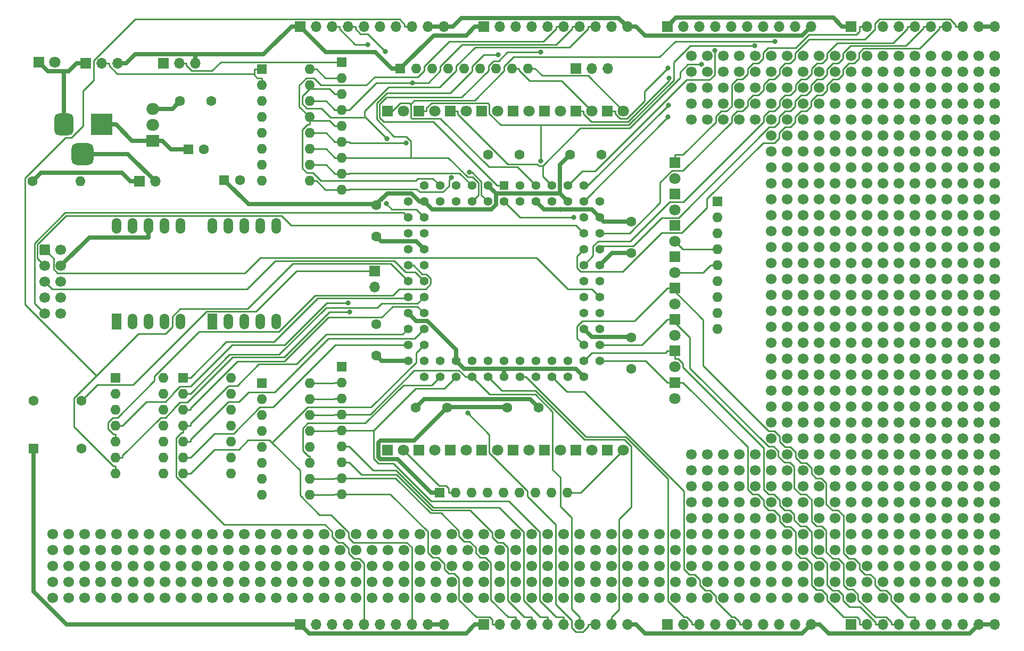
<source format=gbr>
%TF.GenerationSoftware,KiCad,Pcbnew,(6.0.11)*%
%TF.CreationDate,2023-10-14T11:58:44-04:00*%
%TF.ProjectId,EPM7128S-Dev-Board,45504d37-3132-4385-932d-4465762d426f,rev?*%
%TF.SameCoordinates,Original*%
%TF.FileFunction,Copper,L1,Top*%
%TF.FilePolarity,Positive*%
%FSLAX46Y46*%
G04 Gerber Fmt 4.6, Leading zero omitted, Abs format (unit mm)*
G04 Created by KiCad (PCBNEW (6.0.11)) date 2023-10-14 11:58:44*
%MOMM*%
%LPD*%
G01*
G04 APERTURE LIST*
G04 Aperture macros list*
%AMRoundRect*
0 Rectangle with rounded corners*
0 $1 Rounding radius*
0 $2 $3 $4 $5 $6 $7 $8 $9 X,Y pos of 4 corners*
0 Add a 4 corners polygon primitive as box body*
4,1,4,$2,$3,$4,$5,$6,$7,$8,$9,$2,$3,0*
0 Add four circle primitives for the rounded corners*
1,1,$1+$1,$2,$3*
1,1,$1+$1,$4,$5*
1,1,$1+$1,$6,$7*
1,1,$1+$1,$8,$9*
0 Add four rect primitives between the rounded corners*
20,1,$1+$1,$2,$3,$4,$5,0*
20,1,$1+$1,$4,$5,$6,$7,0*
20,1,$1+$1,$6,$7,$8,$9,0*
20,1,$1+$1,$8,$9,$2,$3,0*%
G04 Aperture macros list end*
%TA.AperFunction,ComponentPad*%
%ADD10R,1.700000X1.700000*%
%TD*%
%TA.AperFunction,ComponentPad*%
%ADD11O,1.700000X1.700000*%
%TD*%
%TA.AperFunction,ComponentPad*%
%ADD12C,1.700000*%
%TD*%
%TA.AperFunction,ComponentPad*%
%ADD13R,1.800000X1.800000*%
%TD*%
%TA.AperFunction,ComponentPad*%
%ADD14C,1.800000*%
%TD*%
%TA.AperFunction,ComponentPad*%
%ADD15R,1.422400X1.422400*%
%TD*%
%TA.AperFunction,ComponentPad*%
%ADD16C,1.422400*%
%TD*%
%TA.AperFunction,ComponentPad*%
%ADD17R,1.600000X1.600000*%
%TD*%
%TA.AperFunction,ComponentPad*%
%ADD18O,1.600000X1.600000*%
%TD*%
%TA.AperFunction,ComponentPad*%
%ADD19C,1.600000*%
%TD*%
%TA.AperFunction,ComponentPad*%
%ADD20R,3.500000X3.500000*%
%TD*%
%TA.AperFunction,ComponentPad*%
%ADD21RoundRect,0.750000X-0.750000X-1.000000X0.750000X-1.000000X0.750000X1.000000X-0.750000X1.000000X0*%
%TD*%
%TA.AperFunction,ComponentPad*%
%ADD22RoundRect,0.875000X-0.875000X-0.875000X0.875000X-0.875000X0.875000X0.875000X-0.875000X0.875000X0*%
%TD*%
%TA.AperFunction,ComponentPad*%
%ADD23R,1.524000X2.524000*%
%TD*%
%TA.AperFunction,ComponentPad*%
%ADD24O,1.524000X2.524000*%
%TD*%
%TA.AperFunction,ComponentPad*%
%ADD25R,2.000000X1.905000*%
%TD*%
%TA.AperFunction,ComponentPad*%
%ADD26O,2.000000X1.905000*%
%TD*%
%TA.AperFunction,ComponentPad*%
%ADD27RoundRect,0.250000X-0.600000X-0.600000X0.600000X-0.600000X0.600000X0.600000X-0.600000X0.600000X0*%
%TD*%
%TA.AperFunction,ViaPad*%
%ADD28C,0.800000*%
%TD*%
%TA.AperFunction,Conductor*%
%ADD29C,0.700000*%
%TD*%
%TA.AperFunction,Conductor*%
%ADD30C,0.250000*%
%TD*%
G04 APERTURE END LIST*
D10*
%TO.P,J43,1,Pin_1*%
%TO.N,VCC*%
X203200000Y-147320000D03*
D11*
%TO.P,J43,2,Pin_2*%
%TO.N,/IO_3F*%
X205740000Y-147320000D03*
%TO.P,J43,3,Pin_3*%
%TO.N,/IO_5F*%
X208280000Y-147320000D03*
%TO.P,J43,4,Pin_4*%
%TO.N,/IO_6F*%
X210820000Y-147320000D03*
%TO.P,J43,5,Pin_5*%
%TO.N,/IO_8F*%
X213360000Y-147320000D03*
%TO.P,J43,6,Pin_6*%
%TO.N,/IO_11F*%
X215900000Y-147320000D03*
%TO.P,J43,7,Pin_7*%
%TO.N,/IO_13F*%
X218440000Y-147320000D03*
%TO.P,J43,8,Pin_8*%
%TO.N,/IO_14F*%
X220980000Y-147320000D03*
%TO.P,J43,9,Pin_9*%
%TO.N,GND*%
X223520000Y-147320000D03*
%TO.P,J43,10,Pin_10*%
X226060000Y-147320000D03*
%TD*%
D12*
%TO.P,J22,1,Pin_1*%
%TO.N,unconnected-(J22-Pad1)*%
X190500000Y-120220000D03*
%TO.P,J22,2*%
%TO.N,N/C*%
X193040000Y-120220000D03*
%TO.P,J22,3*%
X195580000Y-120220000D03*
%TO.P,J22,4*%
X198120000Y-120220000D03*
%TO.P,J22,5*%
X200660000Y-120220000D03*
%TO.P,J22,6*%
X190500000Y-122760000D03*
%TO.P,J22,7*%
X193040000Y-122760000D03*
%TO.P,J22,8*%
X195580000Y-122760000D03*
%TO.P,J22,9*%
X198120000Y-122760000D03*
%TO.P,J22,10*%
X200660000Y-122760000D03*
%TO.P,J22,11*%
X190500000Y-125300000D03*
%TO.P,J22,12*%
X193040000Y-125300000D03*
%TO.P,J22,13*%
X195580000Y-125300000D03*
%TO.P,J22,14*%
X198120000Y-125300000D03*
%TO.P,J22,15*%
X200660000Y-125300000D03*
%TO.P,J22,16*%
X190500000Y-127840000D03*
%TO.P,J22,17*%
X193040000Y-127840000D03*
%TO.P,J22,18*%
X195580000Y-127840000D03*
%TO.P,J22,19*%
X198120000Y-127840000D03*
%TO.P,J22,20*%
X200660000Y-127840000D03*
%TO.P,J22,21*%
X190500000Y-130380000D03*
%TO.P,J22,22*%
X193040000Y-130380000D03*
%TO.P,J22,23*%
X195580000Y-130380000D03*
%TO.P,J22,24*%
X198120000Y-130380000D03*
%TO.P,J22,25*%
X200660000Y-130380000D03*
%TD*%
D13*
%TO.P,D2,1,K*%
%TO.N,/IO_1E*%
X129470000Y-119500000D03*
D14*
%TO.P,D2,2,A*%
%TO.N,Net-(D2-Pad2)*%
X132010000Y-119500000D03*
%TD*%
D12*
%TO.P,J13,1,Pin_1*%
%TO.N,unconnected-(J13-Pad1)*%
X215900000Y-69420000D03*
%TO.P,J13,2*%
%TO.N,N/C*%
X218440000Y-69420000D03*
%TO.P,J13,3*%
X220980000Y-69420000D03*
%TO.P,J13,4*%
X223520000Y-69420000D03*
%TO.P,J13,5*%
X226060000Y-69420000D03*
%TO.P,J13,6*%
X215900000Y-71960000D03*
%TO.P,J13,7*%
X218440000Y-71960000D03*
%TO.P,J13,8*%
X220980000Y-71960000D03*
%TO.P,J13,9*%
X223520000Y-71960000D03*
%TO.P,J13,10*%
X226060000Y-71960000D03*
%TO.P,J13,11*%
X215900000Y-74500000D03*
%TO.P,J13,12*%
X218440000Y-74500000D03*
%TO.P,J13,13*%
X220980000Y-74500000D03*
%TO.P,J13,14*%
X223520000Y-74500000D03*
%TO.P,J13,15*%
X226060000Y-74500000D03*
%TO.P,J13,16*%
X215900000Y-77040000D03*
%TO.P,J13,17*%
X218440000Y-77040000D03*
%TO.P,J13,18*%
X220980000Y-77040000D03*
%TO.P,J13,19*%
X223520000Y-77040000D03*
%TO.P,J13,20*%
X226060000Y-77040000D03*
%TO.P,J13,21*%
X215900000Y-79580000D03*
%TO.P,J13,22*%
X218440000Y-79580000D03*
%TO.P,J13,23*%
X220980000Y-79580000D03*
%TO.P,J13,24*%
X223520000Y-79580000D03*
%TO.P,J13,25*%
X226060000Y-79580000D03*
%TD*%
D15*
%TO.P,U4,1,GCLRn*%
%TO.N,Net-(J4-Pad1)*%
X148000000Y-77370000D03*
D16*
%TO.P,U4,2,OE2/GCLK2*%
%TO.N,Net-(J4-Pad3)*%
X148000000Y-79910000D03*
%TO.P,U4,3,VCCINT*%
%TO.N,VCC*%
X145460000Y-77370000D03*
%TO.P,U4,4,I/O_16A*%
%TO.N,/IO_16A*%
X145460000Y-79910000D03*
%TO.P,U4,5,I/O_14A*%
%TO.N,/IO_14A*%
X142920000Y-77370000D03*
%TO.P,U4,6,I/O_13A*%
%TO.N,/IO_13A*%
X142920000Y-79910000D03*
%TO.P,U4,7,GNDIO*%
%TO.N,GND*%
X140380000Y-77370000D03*
%TO.P,U4,8,I/O_11A*%
%TO.N,/IO_11A*%
X140380000Y-79910000D03*
%TO.P,U4,9,I/O_8A*%
%TO.N,/IO_8A*%
X137840000Y-77370000D03*
%TO.P,U4,10,I/O_6A*%
%TO.N,/IO_6A*%
X137840000Y-79910000D03*
%TO.P,U4,11,I/O_5A*%
%TO.N,/IO_5A*%
X135300000Y-77370000D03*
%TO.P,U4,12,I/O_3A*%
%TO.N,/IO_3A*%
X132760000Y-79910000D03*
%TO.P,U4,13,VCCIO*%
%TO.N,VCC*%
X135300000Y-79910000D03*
%TO.P,U4,14,TDI-I/O_16B*%
%TO.N,TDI*%
X132760000Y-82450000D03*
%TO.P,U4,15,I/O_13B*%
%TO.N,SEGA_A*%
X135300000Y-82450000D03*
%TO.P,U4,16,I/O_11B*%
%TO.N,SEGA_B*%
X132760000Y-84990000D03*
%TO.P,U4,17,I/O_9B*%
%TO.N,SEGA_C*%
X135300000Y-84990000D03*
%TO.P,U4,18,I/O_8B*%
%TO.N,SEGA_D*%
X132760000Y-87530000D03*
%TO.P,U4,19,GNDIO*%
%TO.N,GND*%
X135300000Y-87530000D03*
%TO.P,U4,20,I/O_5B*%
%TO.N,SEGA_E*%
X132760000Y-90070000D03*
%TO.P,U4,21,I/O_3B*%
%TO.N,SEGA_F*%
X135300000Y-90070000D03*
%TO.P,U4,22,I/O_1B*%
%TO.N,SEGA_G*%
X132760000Y-92610000D03*
%TO.P,U4,23,TMS-I/O_16C*%
%TO.N,TMS*%
X135300000Y-92610000D03*
%TO.P,U4,24,I/O_14C*%
%TO.N,SEGB_A*%
X132760000Y-95150000D03*
%TO.P,U4,25,I/O_13C*%
%TO.N,SEGB_B*%
X135300000Y-95150000D03*
%TO.P,U4,26,VCCIO*%
%TO.N,VCC*%
X132760000Y-97690000D03*
%TO.P,U4,27,I/O_11C*%
%TO.N,SEGB_C*%
X135300000Y-97690000D03*
%TO.P,U4,28,I/O_8C*%
%TO.N,SEGB_D*%
X132760000Y-100230000D03*
%TO.P,U4,29,I/O_6C*%
%TO.N,SEGB_E*%
X135300000Y-100230000D03*
%TO.P,U4,30,I/O_5C*%
%TO.N,SEGB_F*%
X132760000Y-102770000D03*
%TO.P,U4,31,I/O_3C*%
%TO.N,SEGB_G*%
X135300000Y-102770000D03*
%TO.P,U4,32,GNDIO*%
%TO.N,GND*%
X132760000Y-105310000D03*
%TO.P,U4,33,I/O_16D*%
%TO.N,/IO_16D*%
X135300000Y-107850000D03*
%TO.P,U4,34,I/O_13D*%
%TO.N,/IO_13D*%
X135300000Y-105310000D03*
%TO.P,U4,35,I/O_11D*%
%TO.N,/IO_11D*%
X137840000Y-107850000D03*
%TO.P,U4,36,I/O_9D*%
%TO.N,/IO_9D*%
X137840000Y-105310000D03*
%TO.P,U4,37,I/O_8D*%
%TO.N,/IO_8D*%
X140380000Y-107850000D03*
%TO.P,U4,38,VCCIO*%
%TO.N,VCC*%
X140380000Y-105310000D03*
%TO.P,U4,39,I/O_5D*%
%TO.N,/IO_5D*%
X142920000Y-107850000D03*
%TO.P,U4,40,I/O_3D*%
%TO.N,/IO_3D*%
X142920000Y-105310000D03*
%TO.P,U4,41,I/O_1D*%
%TO.N,/IO_1D*%
X145460000Y-107850000D03*
%TO.P,U4,42,GNDINT*%
%TO.N,GND*%
X145460000Y-105310000D03*
%TO.P,U4,43,VCCINT*%
%TO.N,VCC*%
X148000000Y-107850000D03*
%TO.P,U4,44,I/O_1E*%
%TO.N,/IO_1E*%
X148000000Y-105310000D03*
%TO.P,U4,45,I/O_3E*%
%TO.N,/IO_3E*%
X150540000Y-107850000D03*
%TO.P,U4,46,I/O_5E*%
%TO.N,/IO_5E*%
X150540000Y-105310000D03*
%TO.P,U4,47,GNDIO*%
%TO.N,GND*%
X153080000Y-107850000D03*
%TO.P,U4,48,I/O_8E*%
%TO.N,/IO_8E*%
X153080000Y-105310000D03*
%TO.P,U4,49,I/O_9E*%
%TO.N,/IO_9E*%
X155620000Y-107850000D03*
%TO.P,U4,50,I/O_11E*%
%TO.N,/IO_11E*%
X155620000Y-105310000D03*
%TO.P,U4,51,I/O_13E*%
%TO.N,/IO_13E*%
X158160000Y-107850000D03*
%TO.P,U4,52,I/O_16E*%
%TO.N,/IO_16E*%
X158160000Y-105310000D03*
%TO.P,U4,53,VCCIO*%
%TO.N,VCC*%
X160700000Y-107850000D03*
%TO.P,U4,54,I/O_3F*%
%TO.N,/IO_3F*%
X163240000Y-105310000D03*
%TO.P,U4,55,I/O_5F*%
%TO.N,/IO_5F*%
X160700000Y-105310000D03*
%TO.P,U4,56,I/O_6F*%
%TO.N,/IO_6F*%
X163240000Y-102770000D03*
%TO.P,U4,57,I/O_8F*%
%TO.N,/IO_8F*%
X160700000Y-102770000D03*
%TO.P,U4,58,I/O_11F*%
%TO.N,/IO_11F*%
X163240000Y-100230000D03*
%TO.P,U4,59,GNDIO*%
%TO.N,GND*%
X160700000Y-100230000D03*
%TO.P,U4,60,I/O_13F*%
%TO.N,/IO_13F*%
X163240000Y-97690000D03*
%TO.P,U4,61,I/O_14F*%
%TO.N,/IO_14F*%
X160700000Y-97690000D03*
%TO.P,U4,62,TCK-I/O_16F*%
%TO.N,TCK*%
X163240000Y-95150000D03*
%TO.P,U4,63,I/O_1G*%
%TO.N,/IO_1G*%
X160700000Y-95150000D03*
%TO.P,U4,64,I/O_3G*%
%TO.N,/IO_3G*%
X163240000Y-92610000D03*
%TO.P,U4,65,I/O_5G*%
%TO.N,/IO_5G*%
X160700000Y-92610000D03*
%TO.P,U4,66,VCCIO*%
%TO.N,VCC*%
X163240000Y-90070000D03*
%TO.P,U4,67,I/O_8G*%
%TO.N,/IO_8G*%
X160700000Y-90070000D03*
%TO.P,U4,68,I/O_9G*%
%TO.N,/IO_9G*%
X163240000Y-87530000D03*
%TO.P,U4,69,I/O_11G*%
%TO.N,/IO_11G*%
X160700000Y-87530000D03*
%TO.P,U4,70,I/O_13G*%
%TO.N,/IO_13G*%
X163240000Y-84990000D03*
%TO.P,U4,71,TDO-I/O_16G*%
%TO.N,TDO*%
X160700000Y-84990000D03*
%TO.P,U4,72,GNDIO*%
%TO.N,GND*%
X163240000Y-82450000D03*
%TO.P,U4,73,I/O_3H*%
%TO.N,/IO_3H*%
X160700000Y-82450000D03*
%TO.P,U4,74,I/O_5H*%
%TO.N,/IO_5H*%
X163240000Y-79910000D03*
%TO.P,U4,75,I/O_6H*%
%TO.N,/IO_6H*%
X160700000Y-77370000D03*
%TO.P,U4,76,I/O_8H*%
%TO.N,/IO_8H*%
X160700000Y-79910000D03*
%TO.P,U4,77,I/O_11H*%
%TO.N,/IO_11H*%
X158160000Y-77370000D03*
%TO.P,U4,78,VCCIO*%
%TO.N,VCC*%
X158160000Y-79910000D03*
%TO.P,U4,79,I/O_13H*%
%TO.N,/IO_13H*%
X155620000Y-77370000D03*
%TO.P,U4,80,I/O_14H*%
%TO.N,/IO_14H*%
X155620000Y-79910000D03*
%TO.P,U4,81,I/O_16H*%
%TO.N,/IO_16H*%
X153080000Y-77370000D03*
%TO.P,U4,82,GNDINT*%
%TO.N,GND*%
X153080000Y-79910000D03*
%TO.P,U4,83,GCLK1*%
%TO.N,CLK*%
X150540000Y-77370000D03*
%TO.P,U4,84,OE1*%
%TO.N,Net-(J4-Pad2)*%
X150540000Y-79910000D03*
%TD*%
D13*
%TO.P,D5,1,K*%
%TO.N,/IO_8E*%
X144465000Y-119500000D03*
D14*
%TO.P,D5,2,A*%
%TO.N,Net-(D5-Pad2)*%
X147005000Y-119500000D03*
%TD*%
D17*
%TO.P,RN4,1,common*%
%TO.N,PULL-SENSE*%
X122250000Y-106205000D03*
D18*
%TO.P,RN4,2,R1*%
%TO.N,/IO_1D*%
X122250000Y-108745000D03*
%TO.P,RN4,3,R2*%
%TO.N,/IO_3D*%
X122250000Y-111285000D03*
%TO.P,RN4,4,R3*%
%TO.N,/IO_5D*%
X122250000Y-113825000D03*
%TO.P,RN4,5,R4*%
%TO.N,/IO_8D*%
X122250000Y-116365000D03*
%TO.P,RN4,6,R5*%
%TO.N,/IO_9D*%
X122250000Y-118905000D03*
%TO.P,RN4,7,R6*%
%TO.N,/IO_11D*%
X122250000Y-121445000D03*
%TO.P,RN4,8,R7*%
%TO.N,/IO_13D*%
X122250000Y-123985000D03*
%TO.P,RN4,9,R8*%
%TO.N,/IO_16D*%
X122250000Y-126525000D03*
%TD*%
D12*
%TO.P,J16,1,Pin_1*%
%TO.N,unconnected-(J16-Pad1)*%
X152400000Y-132920000D03*
%TO.P,J16,2*%
%TO.N,N/C*%
X154940000Y-132920000D03*
%TO.P,J16,3*%
X157480000Y-132920000D03*
%TO.P,J16,4*%
X160020000Y-132920000D03*
%TO.P,J16,5*%
X162560000Y-132920000D03*
%TO.P,J16,6*%
X152400000Y-135460000D03*
%TO.P,J16,7*%
X154940000Y-135460000D03*
%TO.P,J16,8*%
X157480000Y-135460000D03*
%TO.P,J16,9*%
X160020000Y-135460000D03*
%TO.P,J16,10*%
X162560000Y-135460000D03*
%TO.P,J16,11*%
X152400000Y-138000000D03*
%TO.P,J16,12*%
X154940000Y-138000000D03*
%TO.P,J16,13*%
X157480000Y-138000000D03*
%TO.P,J16,14*%
X160020000Y-138000000D03*
%TO.P,J16,15*%
X162560000Y-138000000D03*
%TO.P,J16,16*%
X152400000Y-140540000D03*
%TO.P,J16,17*%
X154940000Y-140540000D03*
%TO.P,J16,18*%
X157480000Y-140540000D03*
%TO.P,J16,19*%
X160020000Y-140540000D03*
%TO.P,J16,20*%
X162560000Y-140540000D03*
%TO.P,J16,21*%
X152400000Y-143080000D03*
%TO.P,J16,22*%
X154940000Y-143080000D03*
%TO.P,J16,23*%
X157480000Y-143080000D03*
%TO.P,J16,24*%
X160020000Y-143080000D03*
%TO.P,J16,25*%
X162560000Y-143080000D03*
%TD*%
D13*
%TO.P,D8,1,K*%
%TO.N,/IO_13E*%
X159495000Y-119500000D03*
D14*
%TO.P,D8,2,A*%
%TO.N,Net-(D8-Pad2)*%
X162035000Y-119500000D03*
%TD*%
D12*
%TO.P,J28,1,Pin_1*%
%TO.N,unconnected-(J28-Pad1)*%
X177800000Y-56720000D03*
%TO.P,J28,2*%
%TO.N,N/C*%
X180340000Y-56720000D03*
%TO.P,J28,3*%
X182880000Y-56720000D03*
%TO.P,J28,4*%
X185420000Y-56720000D03*
%TO.P,J28,5*%
X187960000Y-56720000D03*
%TO.P,J28,6*%
X177800000Y-59260000D03*
%TO.P,J28,7*%
X180340000Y-59260000D03*
%TO.P,J28,8*%
X182880000Y-59260000D03*
%TO.P,J28,9*%
X185420000Y-59260000D03*
%TO.P,J28,10*%
X187960000Y-59260000D03*
%TO.P,J28,11*%
X177800000Y-61800000D03*
%TO.P,J28,12*%
X180340000Y-61800000D03*
%TO.P,J28,13*%
X182880000Y-61800000D03*
%TO.P,J28,14*%
X185420000Y-61800000D03*
%TO.P,J28,15*%
X187960000Y-61800000D03*
%TO.P,J28,16*%
X177800000Y-64340000D03*
%TO.P,J28,17*%
X180340000Y-64340000D03*
%TO.P,J28,18*%
X182880000Y-64340000D03*
%TO.P,J28,19*%
X185420000Y-64340000D03*
%TO.P,J28,20*%
X187960000Y-64340000D03*
%TO.P,J28,21*%
X177800000Y-66880000D03*
%TO.P,J28,22*%
X180340000Y-66880000D03*
%TO.P,J28,23*%
X182880000Y-66880000D03*
%TO.P,J28,24*%
X185420000Y-66880000D03*
%TO.P,J28,25*%
X187960000Y-66880000D03*
%TD*%
D10*
%TO.P,J44,1,Pin_1*%
%TO.N,VCC*%
X173995000Y-52070000D03*
D11*
%TO.P,J44,2,Pin_2*%
%TO.N,/IO_3H*%
X176535000Y-52070000D03*
%TO.P,J44,3,Pin_3*%
%TO.N,/IO_5H*%
X179075000Y-52070000D03*
%TO.P,J44,4,Pin_4*%
%TO.N,/IO_6H*%
X181615000Y-52070000D03*
%TO.P,J44,5,Pin_5*%
%TO.N,/IO_8H*%
X184155000Y-52070000D03*
%TO.P,J44,6,Pin_6*%
%TO.N,/IO_11H*%
X186695000Y-52070000D03*
%TO.P,J44,7,Pin_7*%
%TO.N,/IO_13H*%
X189235000Y-52070000D03*
%TO.P,J44,8,Pin_8*%
%TO.N,/IO_14H*%
X191775000Y-52070000D03*
%TO.P,J44,9,Pin_9*%
%TO.N,/IO_16H*%
X194315000Y-52070000D03*
%TO.P,J44,10,Pin_10*%
%TO.N,GND*%
X196855000Y-52070000D03*
%TD*%
D10*
%TO.P,J37,1,Pin_1*%
%TO.N,VCC*%
X203200000Y-52045000D03*
D11*
%TO.P,J37,2,Pin_2*%
%TO.N,/IO_1G*%
X205740000Y-52045000D03*
%TO.P,J37,3,Pin_3*%
%TO.N,/IO_3G*%
X208280000Y-52045000D03*
%TO.P,J37,4,Pin_4*%
%TO.N,/IO_5G*%
X210820000Y-52045000D03*
%TO.P,J37,5,Pin_5*%
%TO.N,/IO_8G*%
X213360000Y-52045000D03*
%TO.P,J37,6,Pin_6*%
%TO.N,/IO_9G*%
X215900000Y-52045000D03*
%TO.P,J37,7,Pin_7*%
%TO.N,/IO_11G*%
X218440000Y-52045000D03*
%TO.P,J37,8,Pin_8*%
%TO.N,/IO_13G*%
X220980000Y-52045000D03*
%TO.P,J37,9,Pin_9*%
%TO.N,GND*%
X223520000Y-52045000D03*
%TO.P,J37,10,Pin_10*%
X226060000Y-52045000D03*
%TD*%
D12*
%TO.P,J19,1,Pin_1*%
%TO.N,unconnected-(J19-Pad1)*%
X190500000Y-132920000D03*
%TO.P,J19,2*%
%TO.N,N/C*%
X193040000Y-132920000D03*
%TO.P,J19,3*%
X195580000Y-132920000D03*
%TO.P,J19,4*%
X198120000Y-132920000D03*
%TO.P,J19,5*%
X200660000Y-132920000D03*
%TO.P,J19,6*%
X190500000Y-135460000D03*
%TO.P,J19,7*%
X193040000Y-135460000D03*
%TO.P,J19,8*%
X195580000Y-135460000D03*
%TO.P,J19,9*%
X198120000Y-135460000D03*
%TO.P,J19,10*%
X200660000Y-135460000D03*
%TO.P,J19,11*%
X190500000Y-138000000D03*
%TO.P,J19,12*%
X193040000Y-138000000D03*
%TO.P,J19,13*%
X195580000Y-138000000D03*
%TO.P,J19,14*%
X198120000Y-138000000D03*
%TO.P,J19,15*%
X200660000Y-138000000D03*
%TO.P,J19,16*%
X190500000Y-140540000D03*
%TO.P,J19,17*%
X193040000Y-140540000D03*
%TO.P,J19,18*%
X195580000Y-140540000D03*
%TO.P,J19,19*%
X198120000Y-140540000D03*
%TO.P,J19,20*%
X200660000Y-140540000D03*
%TO.P,J19,21*%
X190500000Y-143080000D03*
%TO.P,J19,22*%
X193040000Y-143080000D03*
%TO.P,J19,23*%
X195580000Y-143080000D03*
%TO.P,J19,24*%
X198120000Y-143080000D03*
%TO.P,J19,25*%
X200660000Y-143080000D03*
%TD*%
D13*
%TO.P,D21,1,K*%
%TO.N,/IO_8H*%
X149465000Y-65500000D03*
D14*
%TO.P,D21,2,A*%
%TO.N,Net-(D21-Pad2)*%
X152005000Y-65500000D03*
%TD*%
D12*
%TO.P,J14,1,Pin_1*%
%TO.N,unconnected-(J14-Pad1)*%
X203200000Y-82120000D03*
%TO.P,J14,2*%
%TO.N,N/C*%
X205740000Y-82120000D03*
%TO.P,J14,3*%
X208280000Y-82120000D03*
%TO.P,J14,4*%
X210820000Y-82120000D03*
%TO.P,J14,5*%
X213360000Y-82120000D03*
%TO.P,J14,6*%
X203200000Y-84660000D03*
%TO.P,J14,7*%
X205740000Y-84660000D03*
%TO.P,J14,8*%
X208280000Y-84660000D03*
%TO.P,J14,9*%
X210820000Y-84660000D03*
%TO.P,J14,10*%
X213360000Y-84660000D03*
%TO.P,J14,11*%
X203200000Y-87200000D03*
%TO.P,J14,12*%
X205740000Y-87200000D03*
%TO.P,J14,13*%
X208280000Y-87200000D03*
%TO.P,J14,14*%
X210820000Y-87200000D03*
%TO.P,J14,15*%
X213360000Y-87200000D03*
%TO.P,J14,16*%
X203200000Y-89740000D03*
%TO.P,J14,17*%
X205740000Y-89740000D03*
%TO.P,J14,18*%
X208280000Y-89740000D03*
%TO.P,J14,19*%
X210820000Y-89740000D03*
%TO.P,J14,20*%
X213360000Y-89740000D03*
%TO.P,J14,21*%
X203200000Y-92280000D03*
%TO.P,J14,22*%
X205740000Y-92280000D03*
%TO.P,J14,23*%
X208280000Y-92280000D03*
%TO.P,J14,24*%
X210820000Y-92280000D03*
%TO.P,J14,25*%
X213360000Y-92280000D03*
%TD*%
D13*
%TO.P,D4,1,K*%
%TO.N,/IO_5E*%
X139470000Y-119500000D03*
D14*
%TO.P,D4,2,A*%
%TO.N,Net-(D4-Pad2)*%
X142010000Y-119500000D03*
%TD*%
D12*
%TO.P,J34,1,Pin_1*%
%TO.N,unconnected-(J34-Pad1)*%
X177800000Y-132920000D03*
%TO.P,J34,2*%
%TO.N,N/C*%
X180340000Y-132920000D03*
%TO.P,J34,3*%
X182880000Y-132920000D03*
%TO.P,J34,4*%
X185420000Y-132920000D03*
%TO.P,J34,5*%
X187960000Y-132920000D03*
%TO.P,J34,6*%
X177800000Y-135460000D03*
%TO.P,J34,7*%
X180340000Y-135460000D03*
%TO.P,J34,8*%
X182880000Y-135460000D03*
%TO.P,J34,9*%
X185420000Y-135460000D03*
%TO.P,J34,10*%
X187960000Y-135460000D03*
%TO.P,J34,11*%
X177800000Y-138000000D03*
%TO.P,J34,12*%
X180340000Y-138000000D03*
%TO.P,J34,13*%
X182880000Y-138000000D03*
%TO.P,J34,14*%
X185420000Y-138000000D03*
%TO.P,J34,15*%
X187960000Y-138000000D03*
%TO.P,J34,16*%
X177800000Y-140540000D03*
%TO.P,J34,17*%
X180340000Y-140540000D03*
%TO.P,J34,18*%
X182880000Y-140540000D03*
%TO.P,J34,19*%
X185420000Y-140540000D03*
%TO.P,J34,20*%
X187960000Y-140540000D03*
%TO.P,J34,21*%
X177800000Y-143080000D03*
%TO.P,J34,22*%
X180340000Y-143080000D03*
%TO.P,J34,23*%
X182880000Y-143080000D03*
%TO.P,J34,24*%
X185420000Y-143080000D03*
%TO.P,J34,25*%
X187960000Y-143080000D03*
%TD*%
D17*
%TO.P,RN5,1,common*%
%TO.N,VCC*%
X137820000Y-126349200D03*
D18*
%TO.P,RN5,2,R1*%
%TO.N,Net-(D2-Pad2)*%
X140360000Y-126349200D03*
%TO.P,RN5,3,R2*%
%TO.N,Net-(D3-Pad2)*%
X142900000Y-126349200D03*
%TO.P,RN5,4,R3*%
%TO.N,Net-(D4-Pad2)*%
X145440000Y-126349200D03*
%TO.P,RN5,5,R4*%
%TO.N,Net-(D5-Pad2)*%
X147980000Y-126349200D03*
%TO.P,RN5,6,R5*%
%TO.N,Net-(D6-Pad2)*%
X150520000Y-126349200D03*
%TO.P,RN5,7,R6*%
%TO.N,Net-(D7-Pad2)*%
X153060000Y-126349200D03*
%TO.P,RN5,8,R7*%
%TO.N,Net-(D8-Pad2)*%
X155600000Y-126349200D03*
%TO.P,RN5,9,R8*%
%TO.N,Net-(D9-Pad2)*%
X158140000Y-126349200D03*
%TD*%
D13*
%TO.P,D6,1,K*%
%TO.N,/IO_9E*%
X149470000Y-119500000D03*
D14*
%TO.P,D6,2,A*%
%TO.N,Net-(D6-Pad2)*%
X152010000Y-119500000D03*
%TD*%
D12*
%TO.P,J29,1,Pin_1*%
%TO.N,unconnected-(J29-Pad1)*%
X215900000Y-120220000D03*
%TO.P,J29,2*%
%TO.N,N/C*%
X218440000Y-120220000D03*
%TO.P,J29,3*%
X220980000Y-120220000D03*
%TO.P,J29,4*%
X223520000Y-120220000D03*
%TO.P,J29,5*%
X226060000Y-120220000D03*
%TO.P,J29,6*%
X215900000Y-122760000D03*
%TO.P,J29,7*%
X218440000Y-122760000D03*
%TO.P,J29,8*%
X220980000Y-122760000D03*
%TO.P,J29,9*%
X223520000Y-122760000D03*
%TO.P,J29,10*%
X226060000Y-122760000D03*
%TO.P,J29,11*%
X215900000Y-125300000D03*
%TO.P,J29,12*%
X218440000Y-125300000D03*
%TO.P,J29,13*%
X220980000Y-125300000D03*
%TO.P,J29,14*%
X223520000Y-125300000D03*
%TO.P,J29,15*%
X226060000Y-125300000D03*
%TO.P,J29,16*%
X215900000Y-127840000D03*
%TO.P,J29,17*%
X218440000Y-127840000D03*
%TO.P,J29,18*%
X220980000Y-127840000D03*
%TO.P,J29,19*%
X223520000Y-127840000D03*
%TO.P,J29,20*%
X226060000Y-127840000D03*
%TO.P,J29,21*%
X215900000Y-130380000D03*
%TO.P,J29,22*%
X218440000Y-130380000D03*
%TO.P,J29,23*%
X220980000Y-130380000D03*
%TO.P,J29,24*%
X223520000Y-130380000D03*
%TO.P,J29,25*%
X226060000Y-130380000D03*
%TD*%
D19*
%TO.P,C8,1*%
%TO.N,VCC*%
X158500000Y-72500000D03*
%TO.P,C8,2*%
%TO.N,GND*%
X163500000Y-72500000D03*
%TD*%
D12*
%TO.P,J15,1,Pin_1*%
%TO.N,unconnected-(J15-Pad1)*%
X203200000Y-94820000D03*
%TO.P,J15,2*%
%TO.N,N/C*%
X205740000Y-94820000D03*
%TO.P,J15,3*%
X208280000Y-94820000D03*
%TO.P,J15,4*%
X210820000Y-94820000D03*
%TO.P,J15,5*%
X213360000Y-94820000D03*
%TO.P,J15,6*%
X203200000Y-97360000D03*
%TO.P,J15,7*%
X205740000Y-97360000D03*
%TO.P,J15,8*%
X208280000Y-97360000D03*
%TO.P,J15,9*%
X210820000Y-97360000D03*
%TO.P,J15,10*%
X213360000Y-97360000D03*
%TO.P,J15,11*%
X203200000Y-99900000D03*
%TO.P,J15,12*%
X205740000Y-99900000D03*
%TO.P,J15,13*%
X208280000Y-99900000D03*
%TO.P,J15,14*%
X210820000Y-99900000D03*
%TO.P,J15,15*%
X213360000Y-99900000D03*
%TO.P,J15,16*%
X203200000Y-102440000D03*
%TO.P,J15,17*%
X205740000Y-102440000D03*
%TO.P,J15,18*%
X208280000Y-102440000D03*
%TO.P,J15,19*%
X210820000Y-102440000D03*
%TO.P,J15,20*%
X213360000Y-102440000D03*
%TO.P,J15,21*%
X203200000Y-104980000D03*
%TO.P,J15,22*%
X205740000Y-104980000D03*
%TO.P,J15,23*%
X208280000Y-104980000D03*
%TO.P,J15,24*%
X210820000Y-104980000D03*
%TO.P,J15,25*%
X213360000Y-104980000D03*
%TD*%
D13*
%TO.P,D18,1,K*%
%TO.N,/IO_3H*%
X164490000Y-65500000D03*
D14*
%TO.P,D18,2,A*%
%TO.N,Net-(D18-Pad2)*%
X167030000Y-65500000D03*
%TD*%
D17*
%TO.P,RN7,1,common*%
%TO.N,VCC*%
X131540000Y-58750000D03*
D18*
%TO.P,RN7,2,R1*%
%TO.N,Net-(D25-Pad2)*%
X134080000Y-58750000D03*
%TO.P,RN7,3,R2*%
%TO.N,Net-(D24-Pad2)*%
X136620000Y-58750000D03*
%TO.P,RN7,4,R3*%
%TO.N,Net-(D23-Pad2)*%
X139160000Y-58750000D03*
%TO.P,RN7,5,R4*%
%TO.N,Net-(D22-Pad2)*%
X141700000Y-58750000D03*
%TO.P,RN7,6,R5*%
%TO.N,Net-(D21-Pad2)*%
X144240000Y-58750000D03*
%TO.P,RN7,7,R6*%
%TO.N,Net-(D20-Pad2)*%
X146780000Y-58750000D03*
%TO.P,RN7,8,R7*%
%TO.N,Net-(D19-Pad2)*%
X149320000Y-58750000D03*
%TO.P,RN7,9,R8*%
%TO.N,Net-(D18-Pad2)*%
X151860000Y-58750000D03*
%TD*%
D12*
%TO.P,J25,1,Pin_1*%
%TO.N,unconnected-(J25-Pad1)*%
X177800000Y-120220000D03*
%TO.P,J25,2*%
%TO.N,N/C*%
X180340000Y-120220000D03*
%TO.P,J25,3*%
X182880000Y-120220000D03*
%TO.P,J25,4*%
X185420000Y-120220000D03*
%TO.P,J25,5*%
X187960000Y-120220000D03*
%TO.P,J25,6*%
X177800000Y-122760000D03*
%TO.P,J25,7*%
X180340000Y-122760000D03*
%TO.P,J25,8*%
X182880000Y-122760000D03*
%TO.P,J25,9*%
X185420000Y-122760000D03*
%TO.P,J25,10*%
X187960000Y-122760000D03*
%TO.P,J25,11*%
X177800000Y-125300000D03*
%TO.P,J25,12*%
X180340000Y-125300000D03*
%TO.P,J25,13*%
X182880000Y-125300000D03*
%TO.P,J25,14*%
X185420000Y-125300000D03*
%TO.P,J25,15*%
X187960000Y-125300000D03*
%TO.P,J25,16*%
X177800000Y-127840000D03*
%TO.P,J25,17*%
X180340000Y-127840000D03*
%TO.P,J25,18*%
X182880000Y-127840000D03*
%TO.P,J25,19*%
X185420000Y-127840000D03*
%TO.P,J25,20*%
X187960000Y-127840000D03*
%TO.P,J25,21*%
X177800000Y-130380000D03*
%TO.P,J25,22*%
X180340000Y-130380000D03*
%TO.P,J25,23*%
X182880000Y-130380000D03*
%TO.P,J25,24*%
X185420000Y-130380000D03*
%TO.P,J25,25*%
X187960000Y-130380000D03*
%TD*%
%TO.P,J35,1,Pin_1*%
%TO.N,unconnected-(J35-Pad1)*%
X76200000Y-132920000D03*
%TO.P,J35,2*%
%TO.N,N/C*%
X78740000Y-132920000D03*
%TO.P,J35,3*%
X81280000Y-132920000D03*
%TO.P,J35,4*%
X83820000Y-132920000D03*
%TO.P,J35,5*%
X86360000Y-132920000D03*
%TO.P,J35,6*%
X76200000Y-135460000D03*
%TO.P,J35,7*%
X78740000Y-135460000D03*
%TO.P,J35,8*%
X81280000Y-135460000D03*
%TO.P,J35,9*%
X83820000Y-135460000D03*
%TO.P,J35,10*%
X86360000Y-135460000D03*
%TO.P,J35,11*%
X76200000Y-138000000D03*
%TO.P,J35,12*%
X78740000Y-138000000D03*
%TO.P,J35,13*%
X81280000Y-138000000D03*
%TO.P,J35,14*%
X83820000Y-138000000D03*
%TO.P,J35,15*%
X86360000Y-138000000D03*
%TO.P,J35,16*%
X76200000Y-140540000D03*
%TO.P,J35,17*%
X78740000Y-140540000D03*
%TO.P,J35,18*%
X81280000Y-140540000D03*
%TO.P,J35,19*%
X83820000Y-140540000D03*
%TO.P,J35,20*%
X86360000Y-140540000D03*
%TO.P,J35,21*%
X76200000Y-143080000D03*
%TO.P,J35,22*%
X78740000Y-143080000D03*
%TO.P,J35,23*%
X81280000Y-143080000D03*
%TO.P,J35,24*%
X83820000Y-143080000D03*
%TO.P,J35,25*%
X86360000Y-143080000D03*
%TD*%
D17*
%TO.P,C1,1*%
%TO.N,/9V*%
X97794900Y-71610000D03*
D19*
%TO.P,C1,2*%
%TO.N,GND*%
X100294900Y-71610000D03*
%TD*%
D12*
%TO.P,J8,1,Pin_1*%
%TO.N,unconnected-(J8-Pad1)*%
X203200000Y-69420000D03*
%TO.P,J8,2*%
%TO.N,N/C*%
X205740000Y-69420000D03*
%TO.P,J8,3*%
X208280000Y-69420000D03*
%TO.P,J8,4*%
X210820000Y-69420000D03*
%TO.P,J8,5*%
X213360000Y-69420000D03*
%TO.P,J8,6*%
X203200000Y-71960000D03*
%TO.P,J8,7*%
X205740000Y-71960000D03*
%TO.P,J8,8*%
X208280000Y-71960000D03*
%TO.P,J8,9*%
X210820000Y-71960000D03*
%TO.P,J8,10*%
X213360000Y-71960000D03*
%TO.P,J8,11*%
X203200000Y-74500000D03*
%TO.P,J8,12*%
X205740000Y-74500000D03*
%TO.P,J8,13*%
X208280000Y-74500000D03*
%TO.P,J8,14*%
X210820000Y-74500000D03*
%TO.P,J8,15*%
X213360000Y-74500000D03*
%TO.P,J8,16*%
X203200000Y-77040000D03*
%TO.P,J8,17*%
X205740000Y-77040000D03*
%TO.P,J8,18*%
X208280000Y-77040000D03*
%TO.P,J8,19*%
X210820000Y-77040000D03*
%TO.P,J8,20*%
X213360000Y-77040000D03*
%TO.P,J8,21*%
X203200000Y-79580000D03*
%TO.P,J8,22*%
X205740000Y-79580000D03*
%TO.P,J8,23*%
X208280000Y-79580000D03*
%TO.P,J8,24*%
X210820000Y-79580000D03*
%TO.P,J8,25*%
X213360000Y-79580000D03*
%TD*%
%TO.P,J30,1,Pin_1*%
%TO.N,unconnected-(J30-Pad1)*%
X203200000Y-120220000D03*
%TO.P,J30,2*%
%TO.N,N/C*%
X205740000Y-120220000D03*
%TO.P,J30,3*%
X208280000Y-120220000D03*
%TO.P,J30,4*%
X210820000Y-120220000D03*
%TO.P,J30,5*%
X213360000Y-120220000D03*
%TO.P,J30,6*%
X203200000Y-122760000D03*
%TO.P,J30,7*%
X205740000Y-122760000D03*
%TO.P,J30,8*%
X208280000Y-122760000D03*
%TO.P,J30,9*%
X210820000Y-122760000D03*
%TO.P,J30,10*%
X213360000Y-122760000D03*
%TO.P,J30,11*%
X203200000Y-125300000D03*
%TO.P,J30,12*%
X205740000Y-125300000D03*
%TO.P,J30,13*%
X208280000Y-125300000D03*
%TO.P,J30,14*%
X210820000Y-125300000D03*
%TO.P,J30,15*%
X213360000Y-125300000D03*
%TO.P,J30,16*%
X203200000Y-127840000D03*
%TO.P,J30,17*%
X205740000Y-127840000D03*
%TO.P,J30,18*%
X208280000Y-127840000D03*
%TO.P,J30,19*%
X210820000Y-127840000D03*
%TO.P,J30,20*%
X213360000Y-127840000D03*
%TO.P,J30,21*%
X203200000Y-130380000D03*
%TO.P,J30,22*%
X205740000Y-130380000D03*
%TO.P,J30,23*%
X208280000Y-130380000D03*
%TO.P,J30,24*%
X210820000Y-130380000D03*
%TO.P,J30,25*%
X213360000Y-130380000D03*
%TD*%
D13*
%TO.P,D7,1,K*%
%TO.N,/IO_11E*%
X154495000Y-119500000D03*
D14*
%TO.P,D7,2,A*%
%TO.N,Net-(D7-Pad2)*%
X157035000Y-119500000D03*
%TD*%
D12*
%TO.P,J9,1,Pin_1*%
%TO.N,unconnected-(J9-Pad1)*%
X215900000Y-56720000D03*
%TO.P,J9,2*%
%TO.N,N/C*%
X218440000Y-56720000D03*
%TO.P,J9,3*%
X220980000Y-56720000D03*
%TO.P,J9,4*%
X223520000Y-56720000D03*
%TO.P,J9,5*%
X226060000Y-56720000D03*
%TO.P,J9,6*%
X215900000Y-59260000D03*
%TO.P,J9,7*%
X218440000Y-59260000D03*
%TO.P,J9,8*%
X220980000Y-59260000D03*
%TO.P,J9,9*%
X223520000Y-59260000D03*
%TO.P,J9,10*%
X226060000Y-59260000D03*
%TO.P,J9,11*%
X215900000Y-61800000D03*
%TO.P,J9,12*%
X218440000Y-61800000D03*
%TO.P,J9,13*%
X220980000Y-61800000D03*
%TO.P,J9,14*%
X223520000Y-61800000D03*
%TO.P,J9,15*%
X226060000Y-61800000D03*
%TO.P,J9,16*%
X215900000Y-64340000D03*
%TO.P,J9,17*%
X218440000Y-64340000D03*
%TO.P,J9,18*%
X220980000Y-64340000D03*
%TO.P,J9,19*%
X223520000Y-64340000D03*
%TO.P,J9,20*%
X226060000Y-64340000D03*
%TO.P,J9,21*%
X215900000Y-66880000D03*
%TO.P,J9,22*%
X218440000Y-66880000D03*
%TO.P,J9,23*%
X220980000Y-66880000D03*
%TO.P,J9,24*%
X223520000Y-66880000D03*
%TO.P,J9,25*%
X226060000Y-66880000D03*
%TD*%
D17*
%TO.P,RN2,1,R1.1*%
%TO.N,SEGB_A*%
X97000000Y-108000000D03*
D18*
%TO.P,RN2,2,R2.1*%
%TO.N,SEGB_B*%
X97000000Y-110540000D03*
%TO.P,RN2,3,R3.1*%
%TO.N,SEGB_C*%
X97000000Y-113080000D03*
%TO.P,RN2,4,R4.1*%
%TO.N,SEGB_D*%
X97000000Y-115620000D03*
%TO.P,RN2,5,R5.1*%
%TO.N,SEGB_E*%
X97000000Y-118160000D03*
%TO.P,RN2,6,R6.1*%
%TO.N,SEGB_F*%
X97000000Y-120700000D03*
%TO.P,RN2,7,R7.1*%
%TO.N,SEGB_G*%
X97000000Y-123240000D03*
%TO.P,RN2,8,R7.2*%
%TO.N,Net-(AFF2-Pad10)*%
X104620000Y-123240000D03*
%TO.P,RN2,9,R6.2*%
%TO.N,Net-(AFF2-Pad9)*%
X104620000Y-120700000D03*
%TO.P,RN2,10,R5.2*%
%TO.N,Net-(AFF2-Pad1)*%
X104620000Y-118160000D03*
%TO.P,RN2,11,R4.2*%
%TO.N,Net-(AFF2-Pad2)*%
X104620000Y-115620000D03*
%TO.P,RN2,12,R3.2*%
%TO.N,Net-(AFF2-Pad4)*%
X104620000Y-113080000D03*
%TO.P,RN2,13,R2.2*%
%TO.N,Net-(AFF2-Pad6)*%
X104620000Y-110540000D03*
%TO.P,RN2,14,R1.2*%
%TO.N,Net-(AFF2-Pad7)*%
X104620000Y-108000000D03*
%TD*%
D19*
%TO.P,C3,1*%
%TO.N,VCC*%
X148500000Y-112750000D03*
%TO.P,C3,2*%
%TO.N,GND*%
X153500000Y-112750000D03*
%TD*%
D10*
%TO.P,J41,1,Pin_1*%
%TO.N,VCC*%
X115610000Y-147320000D03*
D11*
%TO.P,J41,2,Pin_2*%
%TO.N,SEGB_A*%
X118150000Y-147320000D03*
%TO.P,J41,3,Pin_3*%
%TO.N,SEGB_B*%
X120690000Y-147320000D03*
%TO.P,J41,4,Pin_4*%
%TO.N,SEGB_C*%
X123230000Y-147320000D03*
%TO.P,J41,5,Pin_5*%
%TO.N,SEGB_D*%
X125770000Y-147320000D03*
%TO.P,J41,6,Pin_6*%
%TO.N,SEGB_E*%
X128310000Y-147320000D03*
%TO.P,J41,7,Pin_7*%
%TO.N,SEGB_F*%
X130850000Y-147320000D03*
%TO.P,J41,8,Pin_8*%
%TO.N,SEGB_G*%
X133390000Y-147320000D03*
%TO.P,J41,9,Pin_9*%
%TO.N,GND*%
X135930000Y-147320000D03*
%TO.P,J41,10,Pin_10*%
X138470000Y-147320000D03*
%TD*%
D20*
%TO.P,J2,1*%
%TO.N,/9V*%
X84000000Y-67652500D03*
D21*
%TO.P,J2,2*%
%TO.N,GND*%
X78000000Y-67652500D03*
D22*
%TO.P,J2,MP,MountPin*%
X81000000Y-72352500D03*
%TD*%
D12*
%TO.P,J20,1,Pin_1*%
%TO.N,unconnected-(J20-Pad1)*%
X203200000Y-132920000D03*
%TO.P,J20,2*%
%TO.N,N/C*%
X205740000Y-132920000D03*
%TO.P,J20,3*%
X208280000Y-132920000D03*
%TO.P,J20,4*%
X210820000Y-132920000D03*
%TO.P,J20,5*%
X213360000Y-132920000D03*
%TO.P,J20,6*%
X203200000Y-135460000D03*
%TO.P,J20,7*%
X205740000Y-135460000D03*
%TO.P,J20,8*%
X208280000Y-135460000D03*
%TO.P,J20,9*%
X210820000Y-135460000D03*
%TO.P,J20,10*%
X213360000Y-135460000D03*
%TO.P,J20,11*%
X203200000Y-138000000D03*
%TO.P,J20,12*%
X205740000Y-138000000D03*
%TO.P,J20,13*%
X208280000Y-138000000D03*
%TO.P,J20,14*%
X210820000Y-138000000D03*
%TO.P,J20,15*%
X213360000Y-138000000D03*
%TO.P,J20,16*%
X203200000Y-140540000D03*
%TO.P,J20,17*%
X205740000Y-140540000D03*
%TO.P,J20,18*%
X208280000Y-140540000D03*
%TO.P,J20,19*%
X210820000Y-140540000D03*
%TO.P,J20,20*%
X213360000Y-140540000D03*
%TO.P,J20,21*%
X203200000Y-143080000D03*
%TO.P,J20,22*%
X205740000Y-143080000D03*
%TO.P,J20,23*%
X208280000Y-143080000D03*
%TO.P,J20,24*%
X210820000Y-143080000D03*
%TO.P,J20,25*%
X213360000Y-143080000D03*
%TD*%
D13*
%TO.P,D25,1,K*%
%TO.N,/IO_16H*%
X129465000Y-65500000D03*
D14*
%TO.P,D25,2,A*%
%TO.N,Net-(D25-Pad2)*%
X132005000Y-65500000D03*
%TD*%
D12*
%TO.P,J27,1,Pin_1*%
%TO.N,unconnected-(J27-Pad1)*%
X139700000Y-132920000D03*
%TO.P,J27,2*%
%TO.N,N/C*%
X142240000Y-132920000D03*
%TO.P,J27,3*%
X144780000Y-132920000D03*
%TO.P,J27,4*%
X147320000Y-132920000D03*
%TO.P,J27,5*%
X149860000Y-132920000D03*
%TO.P,J27,6*%
X139700000Y-135460000D03*
%TO.P,J27,7*%
X142240000Y-135460000D03*
%TO.P,J27,8*%
X144780000Y-135460000D03*
%TO.P,J27,9*%
X147320000Y-135460000D03*
%TO.P,J27,10*%
X149860000Y-135460000D03*
%TO.P,J27,11*%
X139700000Y-138000000D03*
%TO.P,J27,12*%
X142240000Y-138000000D03*
%TO.P,J27,13*%
X144780000Y-138000000D03*
%TO.P,J27,14*%
X147320000Y-138000000D03*
%TO.P,J27,15*%
X149860000Y-138000000D03*
%TO.P,J27,16*%
X139700000Y-140540000D03*
%TO.P,J27,17*%
X142240000Y-140540000D03*
%TO.P,J27,18*%
X144780000Y-140540000D03*
%TO.P,J27,19*%
X147320000Y-140540000D03*
%TO.P,J27,20*%
X149860000Y-140540000D03*
%TO.P,J27,21*%
X139700000Y-143080000D03*
%TO.P,J27,22*%
X142240000Y-143080000D03*
%TO.P,J27,23*%
X144780000Y-143080000D03*
%TO.P,J27,24*%
X147320000Y-143080000D03*
%TO.P,J27,25*%
X149860000Y-143080000D03*
%TD*%
D13*
%TO.P,D15,1,K*%
%TO.N,/IO_13F*%
X175250000Y-83720000D03*
D14*
%TO.P,D15,2,A*%
%TO.N,Net-(D15-Pad2)*%
X175250000Y-86260000D03*
%TD*%
D12*
%TO.P,J21,1,Pin_1*%
%TO.N,unconnected-(J21-Pad1)*%
X190500000Y-107520000D03*
%TO.P,J21,2*%
%TO.N,N/C*%
X193040000Y-107520000D03*
%TO.P,J21,3*%
X195580000Y-107520000D03*
%TO.P,J21,4*%
X198120000Y-107520000D03*
%TO.P,J21,5*%
X200660000Y-107520000D03*
%TO.P,J21,6*%
X190500000Y-110060000D03*
%TO.P,J21,7*%
X193040000Y-110060000D03*
%TO.P,J21,8*%
X195580000Y-110060000D03*
%TO.P,J21,9*%
X198120000Y-110060000D03*
%TO.P,J21,10*%
X200660000Y-110060000D03*
%TO.P,J21,11*%
X190500000Y-112600000D03*
%TO.P,J21,12*%
X193040000Y-112600000D03*
%TO.P,J21,13*%
X195580000Y-112600000D03*
%TO.P,J21,14*%
X198120000Y-112600000D03*
%TO.P,J21,15*%
X200660000Y-112600000D03*
%TO.P,J21,16*%
X190500000Y-115140000D03*
%TO.P,J21,17*%
X193040000Y-115140000D03*
%TO.P,J21,18*%
X195580000Y-115140000D03*
%TO.P,J21,19*%
X198120000Y-115140000D03*
%TO.P,J21,20*%
X200660000Y-115140000D03*
%TO.P,J21,21*%
X190500000Y-117680000D03*
%TO.P,J21,22*%
X193040000Y-117680000D03*
%TO.P,J21,23*%
X195580000Y-117680000D03*
%TO.P,J21,24*%
X198120000Y-117680000D03*
%TO.P,J21,25*%
X200660000Y-117680000D03*
%TD*%
D17*
%TO.P,RN3,1,common*%
%TO.N,PULL-SENSE*%
X122250000Y-57705000D03*
D18*
%TO.P,RN3,2,R1*%
%TO.N,/IO_3A*%
X122250000Y-60245000D03*
%TO.P,RN3,3,R2*%
%TO.N,/IO_5A*%
X122250000Y-62785000D03*
%TO.P,RN3,4,R3*%
%TO.N,/IO_6A*%
X122250000Y-65325000D03*
%TO.P,RN3,5,R4*%
%TO.N,/IO_8A*%
X122250000Y-67865000D03*
%TO.P,RN3,6,R5*%
%TO.N,/IO_11A*%
X122250000Y-70405000D03*
%TO.P,RN3,7,R6*%
%TO.N,/IO_13A*%
X122250000Y-72945000D03*
%TO.P,RN3,8,R7*%
%TO.N,/IO_14A*%
X122250000Y-75485000D03*
%TO.P,RN3,9,R8*%
%TO.N,/IO_16A*%
X122250000Y-78025000D03*
%TD*%
D17*
%TO.P,RN1,1,R1.1*%
%TO.N,SEGA_A*%
X86200000Y-108000000D03*
D18*
%TO.P,RN1,2,R2.1*%
%TO.N,SEGA_B*%
X86200000Y-110540000D03*
%TO.P,RN1,3,R3.1*%
%TO.N,SEGA_C*%
X86200000Y-113080000D03*
%TO.P,RN1,4,R4.1*%
%TO.N,SEGA_D*%
X86200000Y-115620000D03*
%TO.P,RN1,5,R5.1*%
%TO.N,SEGA_E*%
X86200000Y-118160000D03*
%TO.P,RN1,6,R6.1*%
%TO.N,SEGA_F*%
X86200000Y-120700000D03*
%TO.P,RN1,7,R7.1*%
%TO.N,SEGA_G*%
X86200000Y-123240000D03*
%TO.P,RN1,8,R7.2*%
%TO.N,Net-(AFF1-Pad10)*%
X93820000Y-123240000D03*
%TO.P,RN1,9,R6.2*%
%TO.N,Net-(AFF1-Pad9)*%
X93820000Y-120700000D03*
%TO.P,RN1,10,R5.2*%
%TO.N,Net-(AFF1-Pad1)*%
X93820000Y-118160000D03*
%TO.P,RN1,11,R4.2*%
%TO.N,Net-(AFF1-Pad2)*%
X93820000Y-115620000D03*
%TO.P,RN1,12,R3.2*%
%TO.N,Net-(AFF1-Pad4)*%
X93820000Y-113080000D03*
%TO.P,RN1,13,R2.2*%
%TO.N,Net-(AFF1-Pad6)*%
X93820000Y-110540000D03*
%TO.P,RN1,14,R1.2*%
%TO.N,Net-(AFF1-Pad7)*%
X93820000Y-108000000D03*
%TD*%
D13*
%TO.P,D10,1,K*%
%TO.N,/IO_3F*%
X175250000Y-108745000D03*
D14*
%TO.P,D10,2,A*%
%TO.N,Net-(D10-Pad2)*%
X175250000Y-111285000D03*
%TD*%
D13*
%TO.P,D3,1,K*%
%TO.N,/IO_3E*%
X134470000Y-119500000D03*
D14*
%TO.P,D3,2,A*%
%TO.N,Net-(D3-Pad2)*%
X137010000Y-119500000D03*
%TD*%
D12*
%TO.P,J17,1,Pin_1*%
%TO.N,unconnected-(J17-Pad1)*%
X101600000Y-132920000D03*
%TO.P,J17,2*%
%TO.N,N/C*%
X104140000Y-132920000D03*
%TO.P,J17,3*%
X106680000Y-132920000D03*
%TO.P,J17,4*%
X109220000Y-132920000D03*
%TO.P,J17,5*%
X111760000Y-132920000D03*
%TO.P,J17,6*%
X101600000Y-135460000D03*
%TO.P,J17,7*%
X104140000Y-135460000D03*
%TO.P,J17,8*%
X106680000Y-135460000D03*
%TO.P,J17,9*%
X109220000Y-135460000D03*
%TO.P,J17,10*%
X111760000Y-135460000D03*
%TO.P,J17,11*%
X101600000Y-138000000D03*
%TO.P,J17,12*%
X104140000Y-138000000D03*
%TO.P,J17,13*%
X106680000Y-138000000D03*
%TO.P,J17,14*%
X109220000Y-138000000D03*
%TO.P,J17,15*%
X111760000Y-138000000D03*
%TO.P,J17,16*%
X101600000Y-140540000D03*
%TO.P,J17,17*%
X104140000Y-140540000D03*
%TO.P,J17,18*%
X106680000Y-140540000D03*
%TO.P,J17,19*%
X109220000Y-140540000D03*
%TO.P,J17,20*%
X111760000Y-140540000D03*
%TO.P,J17,21*%
X101600000Y-143080000D03*
%TO.P,J17,22*%
X104140000Y-143080000D03*
%TO.P,J17,23*%
X106680000Y-143080000D03*
%TO.P,J17,24*%
X109220000Y-143080000D03*
%TO.P,J17,25*%
X111760000Y-143080000D03*
%TD*%
D13*
%TO.P,D12,1,K*%
%TO.N,/IO_6F*%
X175250000Y-98745000D03*
D14*
%TO.P,D12,2,A*%
%TO.N,Net-(D12-Pad2)*%
X175250000Y-101285000D03*
%TD*%
D17*
%TO.P,RN6,1,common*%
%TO.N,VCC*%
X182000000Y-79910000D03*
D18*
%TO.P,RN6,2,R1*%
%TO.N,Net-(D17-Pad2)*%
X182000000Y-82450000D03*
%TO.P,RN6,3,R2*%
%TO.N,Net-(D16-Pad2)*%
X182000000Y-84990000D03*
%TO.P,RN6,4,R3*%
%TO.N,Net-(D15-Pad2)*%
X182000000Y-87530000D03*
%TO.P,RN6,5,R4*%
%TO.N,Net-(D14-Pad2)*%
X182000000Y-90070000D03*
%TO.P,RN6,6,R5*%
%TO.N,Net-(D13-Pad2)*%
X182000000Y-92610000D03*
%TO.P,RN6,7,R6*%
%TO.N,Net-(D12-Pad2)*%
X182000000Y-95150000D03*
%TO.P,RN6,8,R7*%
%TO.N,Net-(D11-Pad2)*%
X182000000Y-97690000D03*
%TO.P,RN6,9,R8*%
%TO.N,Net-(D10-Pad2)*%
X182000000Y-100230000D03*
%TD*%
D17*
%TO.P,SW1,1*%
%TO.N,SWITCH-SENSE*%
X109482500Y-58855000D03*
D18*
%TO.P,SW1,2*%
X109482500Y-61395000D03*
%TO.P,SW1,3*%
X109482500Y-63935000D03*
%TO.P,SW1,4*%
X109482500Y-66475000D03*
%TO.P,SW1,5*%
X109482500Y-69015000D03*
%TO.P,SW1,6*%
X109482500Y-71555000D03*
%TO.P,SW1,7*%
X109482500Y-74095000D03*
%TO.P,SW1,8*%
X109482500Y-76635000D03*
%TO.P,SW1,9*%
%TO.N,/IO_16A*%
X117102500Y-76635000D03*
%TO.P,SW1,10*%
%TO.N,/IO_14A*%
X117102500Y-74095000D03*
%TO.P,SW1,11*%
%TO.N,/IO_13A*%
X117102500Y-71555000D03*
%TO.P,SW1,12*%
%TO.N,/IO_11A*%
X117102500Y-69015000D03*
%TO.P,SW1,13*%
%TO.N,/IO_8A*%
X117102500Y-66475000D03*
%TO.P,SW1,14*%
%TO.N,/IO_6A*%
X117102500Y-63935000D03*
%TO.P,SW1,15*%
%TO.N,/IO_5A*%
X117102500Y-61395000D03*
%TO.P,SW1,16*%
%TO.N,/IO_3A*%
X117102500Y-58855000D03*
%TD*%
D17*
%TO.P,C11,1*%
%TO.N,VCC*%
X103500000Y-76500000D03*
D19*
%TO.P,C11,2*%
%TO.N,GND*%
X106000000Y-76500000D03*
%TD*%
D13*
%TO.P,D19,1,K*%
%TO.N,/IO_5H*%
X159465000Y-65500000D03*
D14*
%TO.P,D19,2,A*%
%TO.N,Net-(D19-Pad2)*%
X162005000Y-65500000D03*
%TD*%
D12*
%TO.P,J23,1,Pin_1*%
%TO.N,unconnected-(J23-Pad1)*%
X215900000Y-94820000D03*
%TO.P,J23,2*%
%TO.N,N/C*%
X218440000Y-94820000D03*
%TO.P,J23,3*%
X220980000Y-94820000D03*
%TO.P,J23,4*%
X223520000Y-94820000D03*
%TO.P,J23,5*%
X226060000Y-94820000D03*
%TO.P,J23,6*%
X215900000Y-97360000D03*
%TO.P,J23,7*%
X218440000Y-97360000D03*
%TO.P,J23,8*%
X220980000Y-97360000D03*
%TO.P,J23,9*%
X223520000Y-97360000D03*
%TO.P,J23,10*%
X226060000Y-97360000D03*
%TO.P,J23,11*%
X215900000Y-99900000D03*
%TO.P,J23,12*%
X218440000Y-99900000D03*
%TO.P,J23,13*%
X220980000Y-99900000D03*
%TO.P,J23,14*%
X223520000Y-99900000D03*
%TO.P,J23,15*%
X226060000Y-99900000D03*
%TO.P,J23,16*%
X215900000Y-102440000D03*
%TO.P,J23,17*%
X218440000Y-102440000D03*
%TO.P,J23,18*%
X220980000Y-102440000D03*
%TO.P,J23,19*%
X223520000Y-102440000D03*
%TO.P,J23,20*%
X226060000Y-102440000D03*
%TO.P,J23,21*%
X215900000Y-104980000D03*
%TO.P,J23,22*%
X218440000Y-104980000D03*
%TO.P,J23,23*%
X220980000Y-104980000D03*
%TO.P,J23,24*%
X223520000Y-104980000D03*
%TO.P,J23,25*%
X226060000Y-104980000D03*
%TD*%
D23*
%TO.P,AFF1,1,e*%
%TO.N,Net-(AFF1-Pad1)*%
X86360000Y-99060000D03*
D24*
%TO.P,AFF1,2,d*%
%TO.N,Net-(AFF1-Pad2)*%
X88900000Y-99060000D03*
%TO.P,AFF1,3,C.A.*%
%TO.N,VCC*%
X91440000Y-99060000D03*
%TO.P,AFF1,4,c*%
%TO.N,Net-(AFF1-Pad4)*%
X93980000Y-99060000D03*
%TO.P,AFF1,5,DP*%
%TO.N,unconnected-(AFF1-Pad5)*%
X96520000Y-99060000D03*
%TO.P,AFF1,6,b*%
%TO.N,Net-(AFF1-Pad6)*%
X96520000Y-83820000D03*
%TO.P,AFF1,7,a*%
%TO.N,Net-(AFF1-Pad7)*%
X93980000Y-83820000D03*
%TO.P,AFF1,8,C.A.*%
%TO.N,VCC*%
X91440000Y-83820000D03*
%TO.P,AFF1,9,f*%
%TO.N,Net-(AFF1-Pad9)*%
X88900000Y-83820000D03*
%TO.P,AFF1,10,g*%
%TO.N,Net-(AFF1-Pad10)*%
X86360000Y-83820000D03*
%TD*%
D10*
%TO.P,J4,1,Pin_1*%
%TO.N,Net-(J4-Pad1)*%
X159500000Y-58712500D03*
D11*
%TO.P,J4,2,Pin_2*%
%TO.N,Net-(J4-Pad2)*%
X162040000Y-58712500D03*
%TO.P,J4,3,Pin_3*%
%TO.N,Net-(J4-Pad3)*%
X164580000Y-58712500D03*
%TD*%
D12*
%TO.P,J32,1,Pin_1*%
%TO.N,unconnected-(J32-Pad1)*%
X215900000Y-107520000D03*
%TO.P,J32,2*%
%TO.N,N/C*%
X218440000Y-107520000D03*
%TO.P,J32,3*%
X220980000Y-107520000D03*
%TO.P,J32,4*%
X223520000Y-107520000D03*
%TO.P,J32,5*%
X226060000Y-107520000D03*
%TO.P,J32,6*%
X215900000Y-110060000D03*
%TO.P,J32,7*%
X218440000Y-110060000D03*
%TO.P,J32,8*%
X220980000Y-110060000D03*
%TO.P,J32,9*%
X223520000Y-110060000D03*
%TO.P,J32,10*%
X226060000Y-110060000D03*
%TO.P,J32,11*%
X215900000Y-112600000D03*
%TO.P,J32,12*%
X218440000Y-112600000D03*
%TO.P,J32,13*%
X220980000Y-112600000D03*
%TO.P,J32,14*%
X223520000Y-112600000D03*
%TO.P,J32,15*%
X226060000Y-112600000D03*
%TO.P,J32,16*%
X215900000Y-115140000D03*
%TO.P,J32,17*%
X218440000Y-115140000D03*
%TO.P,J32,18*%
X220980000Y-115140000D03*
%TO.P,J32,19*%
X223520000Y-115140000D03*
%TO.P,J32,20*%
X226060000Y-115140000D03*
%TO.P,J32,21*%
X215900000Y-117680000D03*
%TO.P,J32,22*%
X218440000Y-117680000D03*
%TO.P,J32,23*%
X220980000Y-117680000D03*
%TO.P,J32,24*%
X223520000Y-117680000D03*
%TO.P,J32,25*%
X226060000Y-117680000D03*
%TD*%
D13*
%TO.P,D23,1,K*%
%TO.N,/IO_13H*%
X139465000Y-65505500D03*
D14*
%TO.P,D23,2,A*%
%TO.N,Net-(D23-Pad2)*%
X142005000Y-65505500D03*
%TD*%
D19*
%TO.P,C6,1*%
%TO.N,VCC*%
X127750000Y-99500000D03*
%TO.P,C6,2*%
%TO.N,GND*%
X127750000Y-104500000D03*
%TD*%
%TO.P,C2,1*%
%TO.N,VCC*%
X96500000Y-63947500D03*
%TO.P,C2,2*%
%TO.N,GND*%
X101500000Y-63947500D03*
%TD*%
%TO.P,C5,1*%
%TO.N,VCC*%
X127750000Y-80500000D03*
%TO.P,C5,2*%
%TO.N,GND*%
X127750000Y-85500000D03*
%TD*%
D12*
%TO.P,J24,1,Pin_1*%
%TO.N,unconnected-(J24-Pad1)*%
X165100000Y-132920000D03*
%TO.P,J24,2*%
%TO.N,N/C*%
X167640000Y-132920000D03*
%TO.P,J24,3*%
X170180000Y-132920000D03*
%TO.P,J24,4*%
X172720000Y-132920000D03*
%TO.P,J24,5*%
X175260000Y-132920000D03*
%TO.P,J24,6*%
X165100000Y-135460000D03*
%TO.P,J24,7*%
X167640000Y-135460000D03*
%TO.P,J24,8*%
X170180000Y-135460000D03*
%TO.P,J24,9*%
X172720000Y-135460000D03*
%TO.P,J24,10*%
X175260000Y-135460000D03*
%TO.P,J24,11*%
X165100000Y-138000000D03*
%TO.P,J24,12*%
X167640000Y-138000000D03*
%TO.P,J24,13*%
X170180000Y-138000000D03*
%TO.P,J24,14*%
X172720000Y-138000000D03*
%TO.P,J24,15*%
X175260000Y-138000000D03*
%TO.P,J24,16*%
X165100000Y-140540000D03*
%TO.P,J24,17*%
X167640000Y-140540000D03*
%TO.P,J24,18*%
X170180000Y-140540000D03*
%TO.P,J24,19*%
X172720000Y-140540000D03*
%TO.P,J24,20*%
X175260000Y-140540000D03*
%TO.P,J24,21*%
X165100000Y-143080000D03*
%TO.P,J24,22*%
X167640000Y-143080000D03*
%TO.P,J24,23*%
X170180000Y-143080000D03*
%TO.P,J24,24*%
X172720000Y-143080000D03*
%TO.P,J24,25*%
X175260000Y-143080000D03*
%TD*%
D10*
%TO.P,JP3,1,A*%
%TO.N,Net-(JP3-Pad1)*%
X127500000Y-90995000D03*
D11*
%TO.P,JP3,2,B*%
%TO.N,CLK*%
X127500000Y-93535000D03*
%TD*%
D12*
%TO.P,J31,1,Pin_1*%
%TO.N,unconnected-(J31-Pad1)*%
X203200000Y-107520000D03*
%TO.P,J31,2*%
%TO.N,N/C*%
X205740000Y-107520000D03*
%TO.P,J31,3*%
X208280000Y-107520000D03*
%TO.P,J31,4*%
X210820000Y-107520000D03*
%TO.P,J31,5*%
X213360000Y-107520000D03*
%TO.P,J31,6*%
X203200000Y-110060000D03*
%TO.P,J31,7*%
X205740000Y-110060000D03*
%TO.P,J31,8*%
X208280000Y-110060000D03*
%TO.P,J31,9*%
X210820000Y-110060000D03*
%TO.P,J31,10*%
X213360000Y-110060000D03*
%TO.P,J31,11*%
X203200000Y-112600000D03*
%TO.P,J31,12*%
X205740000Y-112600000D03*
%TO.P,J31,13*%
X208280000Y-112600000D03*
%TO.P,J31,14*%
X210820000Y-112600000D03*
%TO.P,J31,15*%
X213360000Y-112600000D03*
%TO.P,J31,16*%
X203200000Y-115140000D03*
%TO.P,J31,17*%
X205740000Y-115140000D03*
%TO.P,J31,18*%
X208280000Y-115140000D03*
%TO.P,J31,19*%
X210820000Y-115140000D03*
%TO.P,J31,20*%
X213360000Y-115140000D03*
%TO.P,J31,21*%
X203200000Y-117680000D03*
%TO.P,J31,22*%
X205740000Y-117680000D03*
%TO.P,J31,23*%
X208280000Y-117680000D03*
%TO.P,J31,24*%
X210820000Y-117680000D03*
%TO.P,J31,25*%
X213360000Y-117680000D03*
%TD*%
%TO.P,J10,1,Pin_1*%
%TO.N,unconnected-(J10-Pad1)*%
X215900000Y-82120000D03*
%TO.P,J10,2*%
%TO.N,N/C*%
X218440000Y-82120000D03*
%TO.P,J10,3*%
X220980000Y-82120000D03*
%TO.P,J10,4*%
X223520000Y-82120000D03*
%TO.P,J10,5*%
X226060000Y-82120000D03*
%TO.P,J10,6*%
X215900000Y-84660000D03*
%TO.P,J10,7*%
X218440000Y-84660000D03*
%TO.P,J10,8*%
X220980000Y-84660000D03*
%TO.P,J10,9*%
X223520000Y-84660000D03*
%TO.P,J10,10*%
X226060000Y-84660000D03*
%TO.P,J10,11*%
X215900000Y-87200000D03*
%TO.P,J10,12*%
X218440000Y-87200000D03*
%TO.P,J10,13*%
X220980000Y-87200000D03*
%TO.P,J10,14*%
X223520000Y-87200000D03*
%TO.P,J10,15*%
X226060000Y-87200000D03*
%TO.P,J10,16*%
X215900000Y-89740000D03*
%TO.P,J10,17*%
X218440000Y-89740000D03*
%TO.P,J10,18*%
X220980000Y-89740000D03*
%TO.P,J10,19*%
X223520000Y-89740000D03*
%TO.P,J10,20*%
X226060000Y-89740000D03*
%TO.P,J10,21*%
X215900000Y-92280000D03*
%TO.P,J10,22*%
X218440000Y-92280000D03*
%TO.P,J10,23*%
X220980000Y-92280000D03*
%TO.P,J10,24*%
X223520000Y-92280000D03*
%TO.P,J10,25*%
X226060000Y-92280000D03*
%TD*%
D19*
%TO.P,C7,1*%
%TO.N,VCC*%
X168250000Y-106610000D03*
%TO.P,C7,2*%
%TO.N,GND*%
X168250000Y-101610000D03*
%TD*%
D12*
%TO.P,J5,1,Pin_1*%
%TO.N,unconnected-(J5-Pad1)*%
X190500000Y-94820000D03*
%TO.P,J5,2*%
%TO.N,N/C*%
X193040000Y-94820000D03*
%TO.P,J5,3*%
X195580000Y-94820000D03*
%TO.P,J5,4*%
X198120000Y-94820000D03*
%TO.P,J5,5*%
X200660000Y-94820000D03*
%TO.P,J5,6*%
X190500000Y-97360000D03*
%TO.P,J5,7*%
X193040000Y-97360000D03*
%TO.P,J5,8*%
X195580000Y-97360000D03*
%TO.P,J5,9*%
X198120000Y-97360000D03*
%TO.P,J5,10*%
X200660000Y-97360000D03*
%TO.P,J5,11*%
X190500000Y-99900000D03*
%TO.P,J5,12*%
X193040000Y-99900000D03*
%TO.P,J5,13*%
X195580000Y-99900000D03*
%TO.P,J5,14*%
X198120000Y-99900000D03*
%TO.P,J5,15*%
X200660000Y-99900000D03*
%TO.P,J5,16*%
X190500000Y-102440000D03*
%TO.P,J5,17*%
X193040000Y-102440000D03*
%TO.P,J5,18*%
X195580000Y-102440000D03*
%TO.P,J5,19*%
X198120000Y-102440000D03*
%TO.P,J5,20*%
X200660000Y-102440000D03*
%TO.P,J5,21*%
X190500000Y-104980000D03*
%TO.P,J5,22*%
X193040000Y-104980000D03*
%TO.P,J5,23*%
X195580000Y-104980000D03*
%TO.P,J5,24*%
X198120000Y-104980000D03*
%TO.P,J5,25*%
X200660000Y-104980000D03*
%TD*%
D13*
%TO.P,D20,1,K*%
%TO.N,/IO_6H*%
X154465000Y-65500000D03*
D14*
%TO.P,D20,2,A*%
%TO.N,Net-(D20-Pad2)*%
X157005000Y-65500000D03*
%TD*%
D13*
%TO.P,D16,1,K*%
%TO.N,/IO_14F*%
X175250000Y-78700000D03*
D14*
%TO.P,D16,2,A*%
%TO.N,Net-(D16-Pad2)*%
X175250000Y-81240000D03*
%TD*%
D25*
%TO.P,U3,1,VI*%
%TO.N,/9V*%
X92130000Y-70237500D03*
D26*
%TO.P,U3,2,GND*%
%TO.N,GND*%
X92130000Y-67697500D03*
%TO.P,U3,3,VO*%
%TO.N,VCC*%
X92130000Y-65157500D03*
%TD*%
D17*
%TO.P,SW2,1*%
%TO.N,SWITCH-SENSE*%
X109525000Y-108900000D03*
D18*
%TO.P,SW2,2*%
X109525000Y-111440000D03*
%TO.P,SW2,3*%
X109525000Y-113980000D03*
%TO.P,SW2,4*%
X109525000Y-116520000D03*
%TO.P,SW2,5*%
X109525000Y-119060000D03*
%TO.P,SW2,6*%
X109525000Y-121600000D03*
%TO.P,SW2,7*%
X109525000Y-124140000D03*
%TO.P,SW2,8*%
X109525000Y-126680000D03*
%TO.P,SW2,9*%
%TO.N,/IO_16D*%
X117145000Y-126680000D03*
%TO.P,SW2,10*%
%TO.N,/IO_13D*%
X117145000Y-124140000D03*
%TO.P,SW2,11*%
%TO.N,/IO_11D*%
X117145000Y-121600000D03*
%TO.P,SW2,12*%
%TO.N,/IO_9D*%
X117145000Y-119060000D03*
%TO.P,SW2,13*%
%TO.N,/IO_8D*%
X117145000Y-116520000D03*
%TO.P,SW2,14*%
%TO.N,/IO_5D*%
X117145000Y-113980000D03*
%TO.P,SW2,15*%
%TO.N,/IO_3D*%
X117145000Y-111440000D03*
%TO.P,SW2,16*%
%TO.N,/IO_1D*%
X117145000Y-108900000D03*
%TD*%
D13*
%TO.P,D13,1,K*%
%TO.N,/IO_8F*%
X175250000Y-93745000D03*
D14*
%TO.P,D13,2,A*%
%TO.N,Net-(D13-Pad2)*%
X175250000Y-96285000D03*
%TD*%
D12*
%TO.P,J26,1,Pin_1*%
%TO.N,unconnected-(J26-Pad1)*%
X127000000Y-132920000D03*
%TO.P,J26,2*%
%TO.N,N/C*%
X129540000Y-132920000D03*
%TO.P,J26,3*%
X132080000Y-132920000D03*
%TO.P,J26,4*%
X134620000Y-132920000D03*
%TO.P,J26,5*%
X137160000Y-132920000D03*
%TO.P,J26,6*%
X127000000Y-135460000D03*
%TO.P,J26,7*%
X129540000Y-135460000D03*
%TO.P,J26,8*%
X132080000Y-135460000D03*
%TO.P,J26,9*%
X134620000Y-135460000D03*
%TO.P,J26,10*%
X137160000Y-135460000D03*
%TO.P,J26,11*%
X127000000Y-138000000D03*
%TO.P,J26,12*%
X129540000Y-138000000D03*
%TO.P,J26,13*%
X132080000Y-138000000D03*
%TO.P,J26,14*%
X134620000Y-138000000D03*
%TO.P,J26,15*%
X137160000Y-138000000D03*
%TO.P,J26,16*%
X127000000Y-140540000D03*
%TO.P,J26,17*%
X129540000Y-140540000D03*
%TO.P,J26,18*%
X132080000Y-140540000D03*
%TO.P,J26,19*%
X134620000Y-140540000D03*
%TO.P,J26,20*%
X137160000Y-140540000D03*
%TO.P,J26,21*%
X127000000Y-143080000D03*
%TO.P,J26,22*%
X129540000Y-143080000D03*
%TO.P,J26,23*%
X132080000Y-143080000D03*
%TO.P,J26,24*%
X134620000Y-143080000D03*
%TO.P,J26,25*%
X137160000Y-143080000D03*
%TD*%
D10*
%TO.P,J42,1,Pin_1*%
%TO.N,VCC*%
X173990000Y-147320000D03*
D11*
%TO.P,J42,2,Pin_2*%
%TO.N,/IO_1E*%
X176530000Y-147320000D03*
%TO.P,J42,3,Pin_3*%
%TO.N,/IO_3E*%
X179070000Y-147320000D03*
%TO.P,J42,4,Pin_4*%
%TO.N,/IO_5E*%
X181610000Y-147320000D03*
%TO.P,J42,5,Pin_5*%
%TO.N,/IO_8E*%
X184150000Y-147320000D03*
%TO.P,J42,6,Pin_6*%
%TO.N,/IO_9E*%
X186690000Y-147320000D03*
%TO.P,J42,7,Pin_7*%
%TO.N,/IO_11E*%
X189230000Y-147320000D03*
%TO.P,J42,8,Pin_8*%
%TO.N,/IO_13E*%
X191770000Y-147320000D03*
%TO.P,J42,9,Pin_9*%
%TO.N,/IO_16E*%
X194310000Y-147320000D03*
%TO.P,J42,10,Pin_10*%
%TO.N,GND*%
X196850000Y-147320000D03*
%TD*%
D12*
%TO.P,J12,1,Pin_1*%
%TO.N,unconnected-(J12-Pad1)*%
X203200000Y-56720000D03*
%TO.P,J12,2*%
%TO.N,N/C*%
X205740000Y-56720000D03*
%TO.P,J12,3*%
X208280000Y-56720000D03*
%TO.P,J12,4*%
X210820000Y-56720000D03*
%TO.P,J12,5*%
X213360000Y-56720000D03*
%TO.P,J12,6*%
X203200000Y-59260000D03*
%TO.P,J12,7*%
X205740000Y-59260000D03*
%TO.P,J12,8*%
X208280000Y-59260000D03*
%TO.P,J12,9*%
X210820000Y-59260000D03*
%TO.P,J12,10*%
X213360000Y-59260000D03*
%TO.P,J12,11*%
X203200000Y-61800000D03*
%TO.P,J12,12*%
X205740000Y-61800000D03*
%TO.P,J12,13*%
X208280000Y-61800000D03*
%TO.P,J12,14*%
X210820000Y-61800000D03*
%TO.P,J12,15*%
X213360000Y-61800000D03*
%TO.P,J12,16*%
X203200000Y-64340000D03*
%TO.P,J12,17*%
X205740000Y-64340000D03*
%TO.P,J12,18*%
X208280000Y-64340000D03*
%TO.P,J12,19*%
X210820000Y-64340000D03*
%TO.P,J12,20*%
X213360000Y-64340000D03*
%TO.P,J12,21*%
X203200000Y-66880000D03*
%TO.P,J12,22*%
X205740000Y-66880000D03*
%TO.P,J12,23*%
X208280000Y-66880000D03*
%TO.P,J12,24*%
X210820000Y-66880000D03*
%TO.P,J12,25*%
X213360000Y-66880000D03*
%TD*%
%TO.P,J7,1,Pin_1*%
%TO.N,unconnected-(J7-Pad1)*%
X190500000Y-82120000D03*
%TO.P,J7,2*%
%TO.N,N/C*%
X193040000Y-82120000D03*
%TO.P,J7,3*%
X195580000Y-82120000D03*
%TO.P,J7,4*%
X198120000Y-82120000D03*
%TO.P,J7,5*%
X200660000Y-82120000D03*
%TO.P,J7,6*%
X190500000Y-84660000D03*
%TO.P,J7,7*%
X193040000Y-84660000D03*
%TO.P,J7,8*%
X195580000Y-84660000D03*
%TO.P,J7,9*%
X198120000Y-84660000D03*
%TO.P,J7,10*%
X200660000Y-84660000D03*
%TO.P,J7,11*%
X190500000Y-87200000D03*
%TO.P,J7,12*%
X193040000Y-87200000D03*
%TO.P,J7,13*%
X195580000Y-87200000D03*
%TO.P,J7,14*%
X198120000Y-87200000D03*
%TO.P,J7,15*%
X200660000Y-87200000D03*
%TO.P,J7,16*%
X190500000Y-89740000D03*
%TO.P,J7,17*%
X193040000Y-89740000D03*
%TO.P,J7,18*%
X195580000Y-89740000D03*
%TO.P,J7,19*%
X198120000Y-89740000D03*
%TO.P,J7,20*%
X200660000Y-89740000D03*
%TO.P,J7,21*%
X190500000Y-92280000D03*
%TO.P,J7,22*%
X193040000Y-92280000D03*
%TO.P,J7,23*%
X195580000Y-92280000D03*
%TO.P,J7,24*%
X198120000Y-92280000D03*
%TO.P,J7,25*%
X200660000Y-92280000D03*
%TD*%
D13*
%TO.P,D1,1,K*%
%TO.N,GND*%
X74000000Y-57697500D03*
D14*
%TO.P,D1,2,A*%
%TO.N,Net-(D1-Pad2)*%
X76540000Y-57697500D03*
%TD*%
D19*
%TO.P,C4,1*%
%TO.N,VCC*%
X168250000Y-88110000D03*
%TO.P,C4,2*%
%TO.N,GND*%
X168250000Y-83110000D03*
%TD*%
D10*
%TO.P,J40,1,Pin_1*%
%TO.N,VCC*%
X115610000Y-52070000D03*
D11*
%TO.P,J40,2,Pin_2*%
%TO.N,SEGA_A*%
X118150000Y-52070000D03*
%TO.P,J40,3,Pin_3*%
%TO.N,SEGA_B*%
X120690000Y-52070000D03*
%TO.P,J40,4,Pin_4*%
%TO.N,SEGA_C*%
X123230000Y-52070000D03*
%TO.P,J40,5,Pin_5*%
%TO.N,SEGA_D*%
X125770000Y-52070000D03*
%TO.P,J40,6,Pin_6*%
%TO.N,SEGA_E*%
X128310000Y-52070000D03*
%TO.P,J40,7,Pin_7*%
%TO.N,SEGA_F*%
X130850000Y-52070000D03*
%TO.P,J40,8,Pin_8*%
%TO.N,SEGA_G*%
X133390000Y-52070000D03*
%TO.P,J40,9,Pin_9*%
%TO.N,GND*%
X135930000Y-52070000D03*
%TO.P,J40,10,Pin_10*%
X138470000Y-52070000D03*
%TD*%
D12*
%TO.P,J18,1,Pin_1*%
%TO.N,unconnected-(J18-Pad1)*%
X215900000Y-132920000D03*
%TO.P,J18,2*%
%TO.N,N/C*%
X218440000Y-132920000D03*
%TO.P,J18,3*%
X220980000Y-132920000D03*
%TO.P,J18,4*%
X223520000Y-132920000D03*
%TO.P,J18,5*%
X226060000Y-132920000D03*
%TO.P,J18,6*%
X215900000Y-135460000D03*
%TO.P,J18,7*%
X218440000Y-135460000D03*
%TO.P,J18,8*%
X220980000Y-135460000D03*
%TO.P,J18,9*%
X223520000Y-135460000D03*
%TO.P,J18,10*%
X226060000Y-135460000D03*
%TO.P,J18,11*%
X215900000Y-138000000D03*
%TO.P,J18,12*%
X218440000Y-138000000D03*
%TO.P,J18,13*%
X220980000Y-138000000D03*
%TO.P,J18,14*%
X223520000Y-138000000D03*
%TO.P,J18,15*%
X226060000Y-138000000D03*
%TO.P,J18,16*%
X215900000Y-140540000D03*
%TO.P,J18,17*%
X218440000Y-140540000D03*
%TO.P,J18,18*%
X220980000Y-140540000D03*
%TO.P,J18,19*%
X223520000Y-140540000D03*
%TO.P,J18,20*%
X226060000Y-140540000D03*
%TO.P,J18,21*%
X215900000Y-143080000D03*
%TO.P,J18,22*%
X218440000Y-143080000D03*
%TO.P,J18,23*%
X220980000Y-143080000D03*
%TO.P,J18,24*%
X223520000Y-143080000D03*
%TO.P,J18,25*%
X226060000Y-143080000D03*
%TD*%
D19*
%TO.P,R1,1*%
%TO.N,VCC*%
X73000000Y-76697500D03*
D18*
%TO.P,R1,2*%
%TO.N,Net-(D1-Pad2)*%
X80620000Y-76697500D03*
%TD*%
D13*
%TO.P,D22,1,K*%
%TO.N,/IO_11H*%
X144465000Y-65500000D03*
D14*
%TO.P,D22,2,A*%
%TO.N,Net-(D22-Pad2)*%
X147005000Y-65500000D03*
%TD*%
D13*
%TO.P,D14,1,K*%
%TO.N,/IO_11F*%
X175250000Y-88725000D03*
D14*
%TO.P,D14,2,A*%
%TO.N,Net-(D14-Pad2)*%
X175250000Y-91265000D03*
%TD*%
D13*
%TO.P,D11,1,K*%
%TO.N,/IO_5F*%
X175250000Y-103720000D03*
D14*
%TO.P,D11,2,A*%
%TO.N,Net-(D11-Pad2)*%
X175250000Y-106260000D03*
%TD*%
D13*
%TO.P,D17,1,K*%
%TO.N,/IO_1G*%
X175250000Y-73720000D03*
D14*
%TO.P,D17,2,A*%
%TO.N,Net-(D17-Pad2)*%
X175250000Y-76260000D03*
%TD*%
D10*
%TO.P,JP1,1,A*%
%TO.N,GND*%
X81475000Y-57880000D03*
D11*
%TO.P,JP1,2,C*%
%TO.N,SWITCH-SENSE*%
X84015000Y-57880000D03*
%TO.P,JP1,3,B*%
%TO.N,VCC*%
X86555000Y-57880000D03*
%TD*%
D19*
%TO.P,C10,1*%
%TO.N,VCC*%
X139000000Y-112750000D03*
%TO.P,C10,2*%
%TO.N,GND*%
X134000000Y-112750000D03*
%TD*%
D12*
%TO.P,J36,1,Pin_1*%
%TO.N,unconnected-(J36-Pad1)*%
X89060000Y-132920000D03*
%TO.P,J36,2*%
%TO.N,N/C*%
X91600000Y-132920000D03*
%TO.P,J36,3*%
X94140000Y-132920000D03*
%TO.P,J36,4*%
X96680000Y-132920000D03*
%TO.P,J36,5*%
X99220000Y-132920000D03*
%TO.P,J36,6*%
X89060000Y-135460000D03*
%TO.P,J36,7*%
X91600000Y-135460000D03*
%TO.P,J36,8*%
X94140000Y-135460000D03*
%TO.P,J36,9*%
X96680000Y-135460000D03*
%TO.P,J36,10*%
X99220000Y-135460000D03*
%TO.P,J36,11*%
X89060000Y-138000000D03*
%TO.P,J36,12*%
X91600000Y-138000000D03*
%TO.P,J36,13*%
X94140000Y-138000000D03*
%TO.P,J36,14*%
X96680000Y-138000000D03*
%TO.P,J36,15*%
X99220000Y-138000000D03*
%TO.P,J36,16*%
X89060000Y-140540000D03*
%TO.P,J36,17*%
X91600000Y-140540000D03*
%TO.P,J36,18*%
X94140000Y-140540000D03*
%TO.P,J36,19*%
X96680000Y-140540000D03*
%TO.P,J36,20*%
X99220000Y-140540000D03*
%TO.P,J36,21*%
X89060000Y-143080000D03*
%TO.P,J36,22*%
X91600000Y-143080000D03*
%TO.P,J36,23*%
X94140000Y-143080000D03*
%TO.P,J36,24*%
X96680000Y-143080000D03*
%TO.P,J36,25*%
X99220000Y-143080000D03*
%TD*%
D10*
%TO.P,J38,1,Pin_1*%
%TO.N,VCC*%
X144785000Y-52070000D03*
D11*
%TO.P,J38,2,Pin_2*%
%TO.N,/IO_16A*%
X147325000Y-52070000D03*
%TO.P,J38,3,Pin_3*%
%TO.N,/IO_14A*%
X149865000Y-52070000D03*
%TO.P,J38,4,Pin_4*%
%TO.N,/IO_13A*%
X152405000Y-52070000D03*
%TO.P,J38,5,Pin_5*%
%TO.N,/IO_11A*%
X154945000Y-52070000D03*
%TO.P,J38,6,Pin_6*%
%TO.N,/IO_8A*%
X157485000Y-52070000D03*
%TO.P,J38,7,Pin_7*%
%TO.N,/IO_6A*%
X160025000Y-52070000D03*
%TO.P,J38,8,Pin_8*%
%TO.N,/IO_5A*%
X162565000Y-52070000D03*
%TO.P,J38,9,Pin_9*%
%TO.N,/IO_3A*%
X165105000Y-52070000D03*
%TO.P,J38,10,Pin_10*%
%TO.N,GND*%
X167645000Y-52070000D03*
%TD*%
D10*
%TO.P,JP2,1,A*%
%TO.N,GND*%
X93807500Y-57880000D03*
D11*
%TO.P,JP2,2,C*%
%TO.N,PULL-SENSE*%
X96347500Y-57880000D03*
%TO.P,JP2,3,B*%
%TO.N,VCC*%
X98887500Y-57880000D03*
%TD*%
D10*
%TO.P,J39,1,Pin_1*%
%TO.N,VCC*%
X144785000Y-147320000D03*
D11*
%TO.P,J39,2,Pin_2*%
%TO.N,/IO_16D*%
X147325000Y-147320000D03*
%TO.P,J39,3,Pin_3*%
%TO.N,/IO_13D*%
X149865000Y-147320000D03*
%TO.P,J39,4,Pin_4*%
%TO.N,/IO_11D*%
X152405000Y-147320000D03*
%TO.P,J39,5,Pin_5*%
%TO.N,/IO_9D*%
X154945000Y-147320000D03*
%TO.P,J39,6,Pin_6*%
%TO.N,/IO_8D*%
X157485000Y-147320000D03*
%TO.P,J39,7,Pin_7*%
%TO.N,/IO_5D*%
X160025000Y-147320000D03*
%TO.P,J39,8,Pin_8*%
%TO.N,/IO_3D*%
X162565000Y-147320000D03*
%TO.P,J39,9,Pin_9*%
%TO.N,/IO_1D*%
X165105000Y-147320000D03*
%TO.P,J39,10,Pin_10*%
%TO.N,GND*%
X167645000Y-147320000D03*
%TD*%
D13*
%TO.P,D24,1,K*%
%TO.N,/IO_14H*%
X134465000Y-65500000D03*
D14*
%TO.P,D24,2,A*%
%TO.N,Net-(D24-Pad2)*%
X137005000Y-65500000D03*
%TD*%
D23*
%TO.P,AFF2,1,e*%
%TO.N,Net-(AFF2-Pad1)*%
X101600000Y-99060000D03*
D24*
%TO.P,AFF2,2,d*%
%TO.N,Net-(AFF2-Pad2)*%
X104140000Y-99060000D03*
%TO.P,AFF2,3,C.A.*%
%TO.N,VCC*%
X106680000Y-99060000D03*
%TO.P,AFF2,4,c*%
%TO.N,Net-(AFF2-Pad4)*%
X109220000Y-99060000D03*
%TO.P,AFF2,5,DP*%
%TO.N,unconnected-(AFF2-Pad5)*%
X111760000Y-99060000D03*
%TO.P,AFF2,6,b*%
%TO.N,Net-(AFF2-Pad6)*%
X111760000Y-83820000D03*
%TO.P,AFF2,7,a*%
%TO.N,Net-(AFF2-Pad7)*%
X109220000Y-83820000D03*
%TO.P,AFF2,8,C.A.*%
%TO.N,VCC*%
X106680000Y-83820000D03*
%TO.P,AFF2,9,f*%
%TO.N,Net-(AFF2-Pad9)*%
X104140000Y-83820000D03*
%TO.P,AFF2,10,g*%
%TO.N,Net-(AFF2-Pad10)*%
X101600000Y-83820000D03*
%TD*%
D19*
%TO.P,C9,1*%
%TO.N,VCC*%
X145500000Y-72500000D03*
%TO.P,C9,2*%
%TO.N,GND*%
X150500000Y-72500000D03*
%TD*%
D27*
%TO.P,J1,1,Pin_1*%
%TO.N,TCK*%
X75000000Y-87610000D03*
D12*
%TO.P,J1,2,Pin_2*%
%TO.N,GND*%
X77540000Y-87610000D03*
%TO.P,J1,3,Pin_3*%
%TO.N,TDO*%
X75000000Y-90150000D03*
%TO.P,J1,4,Pin_4*%
%TO.N,VCC*%
X77540000Y-90150000D03*
%TO.P,J1,5,Pin_5*%
%TO.N,TMS*%
X75000000Y-92690000D03*
%TO.P,J1,6,Pin_6*%
%TO.N,unconnected-(J1-Pad6)*%
X77540000Y-92690000D03*
%TO.P,J1,7,Pin_7*%
%TO.N,unconnected-(J1-Pad7)*%
X75000000Y-95230000D03*
%TO.P,J1,8,Pin_8*%
%TO.N,unconnected-(J1-Pad8)*%
X77540000Y-95230000D03*
%TO.P,J1,9,Pin_9*%
%TO.N,TDI*%
X75000000Y-97770000D03*
%TO.P,J1,10,Pin_10*%
%TO.N,GND*%
X77540000Y-97770000D03*
%TD*%
D13*
%TO.P,D9,1,K*%
%TO.N,/IO_16E*%
X164495000Y-119500000D03*
D14*
%TO.P,D9,2,A*%
%TO.N,Net-(D9-Pad2)*%
X167035000Y-119500000D03*
%TD*%
D12*
%TO.P,J11,1,Pin_1*%
%TO.N,unconnected-(J11-Pad1)*%
X190500000Y-56720000D03*
%TO.P,J11,2*%
%TO.N,N/C*%
X193040000Y-56720000D03*
%TO.P,J11,3*%
X195580000Y-56720000D03*
%TO.P,J11,4*%
X198120000Y-56720000D03*
%TO.P,J11,5*%
X200660000Y-56720000D03*
%TO.P,J11,6*%
X190500000Y-59260000D03*
%TO.P,J11,7*%
X193040000Y-59260000D03*
%TO.P,J11,8*%
X195580000Y-59260000D03*
%TO.P,J11,9*%
X198120000Y-59260000D03*
%TO.P,J11,10*%
X200660000Y-59260000D03*
%TO.P,J11,11*%
X190500000Y-61800000D03*
%TO.P,J11,12*%
X193040000Y-61800000D03*
%TO.P,J11,13*%
X195580000Y-61800000D03*
%TO.P,J11,14*%
X198120000Y-61800000D03*
%TO.P,J11,15*%
X200660000Y-61800000D03*
%TO.P,J11,16*%
X190500000Y-64340000D03*
%TO.P,J11,17*%
X193040000Y-64340000D03*
%TO.P,J11,18*%
X195580000Y-64340000D03*
%TO.P,J11,19*%
X198120000Y-64340000D03*
%TO.P,J11,20*%
X200660000Y-64340000D03*
%TO.P,J11,21*%
X190500000Y-66880000D03*
%TO.P,J11,22*%
X193040000Y-66880000D03*
%TO.P,J11,23*%
X195580000Y-66880000D03*
%TO.P,J11,24*%
X198120000Y-66880000D03*
%TO.P,J11,25*%
X200660000Y-66880000D03*
%TD*%
D17*
%TO.P,X1,1,EN*%
%TO.N,VCC*%
X73190000Y-119245000D03*
D19*
%TO.P,X1,4,GND*%
%TO.N,GND*%
X80810000Y-119245000D03*
%TO.P,X1,5,OUT*%
%TO.N,Net-(JP3-Pad1)*%
X80810000Y-111625000D03*
%TO.P,X1,8,Vcc*%
%TO.N,VCC*%
X73190000Y-111625000D03*
%TD*%
D10*
%TO.P,J3,1,Pin_1*%
%TO.N,VCC*%
X90000000Y-76697500D03*
D11*
%TO.P,J3,2,Pin_2*%
%TO.N,GND*%
X92540000Y-76697500D03*
%TD*%
D12*
%TO.P,J6,1,Pin_1*%
%TO.N,unconnected-(J6-Pad1)*%
X190500000Y-69420000D03*
%TO.P,J6,2*%
%TO.N,N/C*%
X193040000Y-69420000D03*
%TO.P,J6,3*%
X195580000Y-69420000D03*
%TO.P,J6,4*%
X198120000Y-69420000D03*
%TO.P,J6,5*%
X200660000Y-69420000D03*
%TO.P,J6,6*%
X190500000Y-71960000D03*
%TO.P,J6,7*%
X193040000Y-71960000D03*
%TO.P,J6,8*%
X195580000Y-71960000D03*
%TO.P,J6,9*%
X198120000Y-71960000D03*
%TO.P,J6,10*%
X200660000Y-71960000D03*
%TO.P,J6,11*%
X190500000Y-74500000D03*
%TO.P,J6,12*%
X193040000Y-74500000D03*
%TO.P,J6,13*%
X195580000Y-74500000D03*
%TO.P,J6,14*%
X198120000Y-74500000D03*
%TO.P,J6,15*%
X200660000Y-74500000D03*
%TO.P,J6,16*%
X190500000Y-77040000D03*
%TO.P,J6,17*%
X193040000Y-77040000D03*
%TO.P,J6,18*%
X195580000Y-77040000D03*
%TO.P,J6,19*%
X198120000Y-77040000D03*
%TO.P,J6,20*%
X200660000Y-77040000D03*
%TO.P,J6,21*%
X190500000Y-79580000D03*
%TO.P,J6,22*%
X193040000Y-79580000D03*
%TO.P,J6,23*%
X195580000Y-79580000D03*
%TO.P,J6,24*%
X198120000Y-79580000D03*
%TO.P,J6,25*%
X200660000Y-79580000D03*
%TD*%
%TO.P,J33,1,Pin_1*%
%TO.N,unconnected-(J33-Pad1)*%
X114300000Y-132920000D03*
%TO.P,J33,2*%
%TO.N,N/C*%
X116840000Y-132920000D03*
%TO.P,J33,3*%
X119380000Y-132920000D03*
%TO.P,J33,4*%
X121920000Y-132920000D03*
%TO.P,J33,5*%
X124460000Y-132920000D03*
%TO.P,J33,6*%
X114300000Y-135460000D03*
%TO.P,J33,7*%
X116840000Y-135460000D03*
%TO.P,J33,8*%
X119380000Y-135460000D03*
%TO.P,J33,9*%
X121920000Y-135460000D03*
%TO.P,J33,10*%
X124460000Y-135460000D03*
%TO.P,J33,11*%
X114300000Y-138000000D03*
%TO.P,J33,12*%
X116840000Y-138000000D03*
%TO.P,J33,13*%
X119380000Y-138000000D03*
%TO.P,J33,14*%
X121920000Y-138000000D03*
%TO.P,J33,15*%
X124460000Y-138000000D03*
%TO.P,J33,16*%
X114300000Y-140540000D03*
%TO.P,J33,17*%
X116840000Y-140540000D03*
%TO.P,J33,18*%
X119380000Y-140540000D03*
%TO.P,J33,19*%
X121920000Y-140540000D03*
%TO.P,J33,20*%
X124460000Y-140540000D03*
%TO.P,J33,21*%
X114300000Y-143080000D03*
%TO.P,J33,22*%
X116840000Y-143080000D03*
%TO.P,J33,23*%
X119380000Y-143080000D03*
%TO.P,J33,24*%
X121920000Y-143080000D03*
%TO.P,J33,25*%
X124460000Y-143080000D03*
%TD*%
D28*
%TO.N,GND*%
X157025300Y-81180000D03*
%TO.N,/IO_3H*%
X174148300Y-58632300D03*
%TO.N,/IO_5H*%
X174295600Y-60255100D03*
%TO.N,/IO_6H*%
X174168400Y-64556500D03*
%TO.N,/IO_8H*%
X174148000Y-66462000D03*
%TO.N,/IO_11H*%
X181526600Y-55853300D03*
%TO.N,/IO_13H*%
X179436900Y-58084600D03*
%TO.N,/IO_14H*%
X187910700Y-55126300D03*
X153875600Y-73488700D03*
%TO.N,/IO_16H*%
X191115700Y-54461300D03*
%TO.N,Net-(J4-Pad3)*%
X159140100Y-82447700D03*
%TO.N,SEGA_A*%
X129289900Y-80274700D03*
%TO.N,SEGA_B*%
X126349900Y-54906100D03*
%TO.N,SEGA_C*%
X129120500Y-56005600D03*
%TO.N,SEGA_D*%
X123238500Y-96078000D03*
%TO.N,SEGA_F*%
X123489300Y-97528700D03*
%TO.N,Net-(J4-Pad1)*%
X153909100Y-56145400D03*
%TO.N,/IO_16A*%
X142570000Y-75292600D03*
X139636100Y-76134400D03*
%TO.N,/IO_13A*%
X147123700Y-56543300D03*
%TO.N,/IO_11A*%
X132493600Y-70633900D03*
%TO.N,/IO_6A*%
X133447800Y-60994700D03*
%TO.N,/IO_5A*%
X129436300Y-69905700D03*
%TO.N,/IO_3D*%
X142234100Y-113611800D03*
%TD*%
D29*
%TO.N,/9V*%
X95052800Y-71610000D02*
X97794900Y-71610000D01*
X92130000Y-70237500D02*
X93680300Y-70237500D01*
X86300300Y-67652500D02*
X88885300Y-70237500D01*
X93680300Y-70237500D02*
X95052800Y-71610000D01*
X88885300Y-70237500D02*
X92130000Y-70237500D01*
X84000000Y-67652500D02*
X86300300Y-67652500D01*
%TO.N,GND*%
X170445700Y-148720400D02*
X195449600Y-148720400D01*
X195449600Y-148720400D02*
X196850000Y-147320000D01*
X163900000Y-83110000D02*
X168250000Y-83110000D01*
X135300000Y-87530000D02*
X134030000Y-86260000D01*
X161970000Y-81180000D02*
X163240000Y-82450000D01*
X199650600Y-148720300D02*
X198250300Y-147320000D01*
X222119700Y-148720300D02*
X199650600Y-148720300D01*
X167645000Y-147320000D02*
X169045300Y-147320000D01*
X167645000Y-52070000D02*
X169045300Y-52070000D01*
X78000000Y-59147900D02*
X78806800Y-59147900D01*
X223520000Y-52045000D02*
X224659700Y-52045000D01*
X134000000Y-112750000D02*
X135350400Y-111399600D01*
X153080000Y-79910000D02*
X154350000Y-81180000D01*
X170464600Y-53489300D02*
X195435700Y-53489300D01*
X138470000Y-147320000D02*
X135930000Y-147320000D01*
X169045300Y-52070000D02*
X170464600Y-53489300D01*
X78806800Y-59147900D02*
X80074700Y-57880000D01*
X135350400Y-111399600D02*
X152149600Y-111399600D01*
X141270600Y-50669700D02*
X166244700Y-50669700D01*
X74000000Y-57697500D02*
X75450400Y-59147900D01*
X138470000Y-52070000D02*
X139870300Y-52070000D01*
X139870300Y-52070000D02*
X141270600Y-50669700D01*
X138470000Y-52070000D02*
X135930000Y-52070000D01*
X154350000Y-81180000D02*
X157025300Y-81180000D01*
X75450400Y-59147900D02*
X78000000Y-59147900D01*
X88195000Y-72352500D02*
X81000000Y-72352500D01*
X128510000Y-86260000D02*
X127750000Y-85500000D01*
X81475000Y-57880000D02*
X80074700Y-57880000D01*
X168140000Y-101500000D02*
X168250000Y-101610000D01*
X157025300Y-81180000D02*
X161970000Y-81180000D01*
X152149600Y-111399600D02*
X153500000Y-112750000D01*
X132760000Y-105310000D02*
X128560000Y-105310000D01*
X163240000Y-82450000D02*
X163900000Y-83110000D01*
X160700000Y-100230000D02*
X161970000Y-101500000D01*
X226060000Y-52045000D02*
X224659700Y-52045000D01*
X169045300Y-147320000D02*
X170445700Y-148720400D01*
X226060000Y-147320000D02*
X224659700Y-147320000D01*
X196850000Y-147320000D02*
X198250300Y-147320000D01*
X195435700Y-53489300D02*
X196855000Y-52070000D01*
X223520000Y-147320000D02*
X222119700Y-148720300D01*
X92540000Y-76697500D02*
X88195000Y-72352500D01*
X128560000Y-105310000D02*
X127750000Y-104500000D01*
X134030000Y-86260000D02*
X128510000Y-86260000D01*
X166244700Y-50669700D02*
X167645000Y-52070000D01*
X78000000Y-67652500D02*
X78000000Y-59147900D01*
X223520000Y-147320000D02*
X224659700Y-147320000D01*
X161970000Y-101500000D02*
X168140000Y-101500000D01*
%TO.N,VCC*%
X143384700Y-52070000D02*
X141984400Y-53470300D01*
X146730000Y-78640100D02*
X146730000Y-78640000D01*
X145966600Y-81187600D02*
X146730000Y-80424200D01*
X168250000Y-88110000D02*
X165200000Y-88110000D01*
X89355600Y-56479700D02*
X98887500Y-56479700D01*
X148000000Y-106580000D02*
X141650000Y-106580000D01*
X141984400Y-53470300D02*
X136819700Y-53470300D01*
X129465600Y-78648500D02*
X127750000Y-80364100D01*
X139000000Y-112750000D02*
X133765700Y-117984300D01*
X173995000Y-52070000D02*
X175411800Y-50653200D01*
X141650000Y-106580000D02*
X140380000Y-105310000D01*
X136577600Y-81187600D02*
X145966600Y-81187600D01*
X103500000Y-76500000D02*
X107364100Y-80364100D01*
X107364100Y-80364100D02*
X127750000Y-80364100D01*
X140380000Y-103501800D02*
X135838200Y-98960000D01*
X144785000Y-52070000D02*
X143384700Y-52070000D01*
X88599700Y-76697500D02*
X87246800Y-75344600D01*
X128342000Y-120950300D02*
X131070800Y-120950300D01*
X133765700Y-117984300D02*
X128407400Y-117984300D01*
X135300000Y-79910000D02*
X134544100Y-79910000D01*
X140380000Y-105310000D02*
X140380000Y-103501800D01*
X82057700Y-85632300D02*
X77540000Y-90150000D01*
X156890100Y-74109900D02*
X156890100Y-78640100D01*
X73190000Y-119245000D02*
X73190000Y-142054000D01*
X135300000Y-79910000D02*
X136577600Y-81187600D01*
X134030000Y-98960000D02*
X132760000Y-97690000D01*
X127582600Y-56142900D02*
X130189700Y-58750000D01*
X91440000Y-83820000D02*
X91440000Y-85632300D01*
X109800000Y-56479700D02*
X114209700Y-52070000D01*
X128019700Y-120628000D02*
X128342000Y-120950300D01*
X128407400Y-117984300D02*
X128019700Y-118372000D01*
X127750000Y-80364100D02*
X127750000Y-80500000D01*
X146730000Y-78640000D02*
X145460000Y-77370000D01*
X156890100Y-78640100D02*
X158160000Y-79910000D01*
X98887500Y-56479700D02*
X109800000Y-56479700D01*
X148500000Y-112750000D02*
X148411500Y-112661500D01*
X136819700Y-53470300D02*
X131540000Y-58750000D01*
X119682900Y-56142900D02*
X127582600Y-56142900D01*
X200407900Y-50653200D02*
X201799700Y-52045000D01*
X73190000Y-142054000D02*
X78456000Y-147320000D01*
X91440000Y-85632300D02*
X82057700Y-85632300D01*
X86555000Y-57880000D02*
X87955300Y-57880000D01*
X144785000Y-147320000D02*
X143384700Y-147320000D01*
X139088500Y-112661500D02*
X139000000Y-112750000D01*
X203200000Y-52045000D02*
X201799700Y-52045000D01*
X159430000Y-106580000D02*
X148000000Y-106580000D01*
X78456000Y-147320000D02*
X115610000Y-147320000D01*
X98887500Y-57880000D02*
X98887500Y-56479700D01*
X87246800Y-75344600D02*
X74352900Y-75344600D01*
X135838200Y-98960000D02*
X134030000Y-98960000D01*
X90000000Y-76697500D02*
X88599700Y-76697500D01*
X175411800Y-50653200D02*
X200407900Y-50653200D01*
X131070800Y-120950300D02*
X136469700Y-126349200D01*
X115610000Y-147320000D02*
X117010300Y-148720300D01*
X158500000Y-72500000D02*
X156890100Y-74109900D01*
X87955300Y-57880000D02*
X89355600Y-56479700D01*
X74352900Y-75344600D02*
X73000000Y-76697500D01*
X115610000Y-52070000D02*
X114209700Y-52070000D01*
X141984400Y-148720300D02*
X143384700Y-147320000D01*
X148000000Y-106580000D02*
X148000000Y-107850000D01*
X128019700Y-118372000D02*
X128019700Y-120628000D01*
X92130000Y-65157500D02*
X95290000Y-65157500D01*
X148411500Y-112661500D02*
X139088500Y-112661500D01*
X160700000Y-107850000D02*
X159430000Y-106580000D01*
X165200000Y-88110000D02*
X163240000Y-90070000D01*
X133282600Y-78648500D02*
X129465600Y-78648500D01*
X115610000Y-52070000D02*
X119682900Y-56142900D01*
X146730000Y-80424200D02*
X146730000Y-78640100D01*
X117010300Y-148720300D02*
X141984400Y-148720300D01*
X146730000Y-78640100D02*
X156890100Y-78640100D01*
X137820000Y-126349200D02*
X136469700Y-126349200D01*
X134544100Y-79910000D02*
X133282600Y-78648500D01*
X95290000Y-65157500D02*
X96500000Y-63947500D01*
X131540000Y-58750000D02*
X130189700Y-58750000D01*
D30*
%TO.N,Net-(D2-Pad2)*%
X138812800Y-125223900D02*
X137733900Y-125223900D01*
X140360000Y-126349200D02*
X139234700Y-126349200D01*
X137733900Y-125223900D02*
X132010000Y-119500000D01*
X139234700Y-125645800D02*
X138812800Y-125223900D01*
X139234700Y-126349200D02*
X139234700Y-125645800D01*
%TO.N,/IO_3E*%
X176662500Y-146144700D02*
X177086800Y-146144700D01*
X174084600Y-124128600D02*
X174084600Y-143566800D01*
X179070000Y-147320000D02*
X177894700Y-147320000D01*
X150540000Y-107850000D02*
X151498900Y-107850000D01*
X174084600Y-143566800D02*
X176662500Y-146144700D01*
X177894700Y-146952600D02*
X177894700Y-147320000D01*
X161073800Y-117424900D02*
X167380900Y-117424900D01*
X151498900Y-107850000D02*
X161073800Y-117424900D01*
X167380900Y-117424900D02*
X174084600Y-124128600D01*
X177086800Y-146144700D02*
X177894700Y-146952600D01*
%TO.N,/IO_9E*%
X176624600Y-138525600D02*
X177463600Y-139364600D01*
X155620000Y-107850000D02*
X158028600Y-110258600D01*
X177463600Y-139364600D02*
X178325600Y-139364600D01*
X184282600Y-146144700D02*
X184706800Y-146144700D01*
X176624600Y-126031700D02*
X176624600Y-138525600D01*
X178325600Y-139364600D02*
X179164600Y-140203600D01*
X181704700Y-143566800D02*
X184282600Y-146144700D01*
X160851500Y-110258600D02*
X176624600Y-126031700D01*
X184706800Y-146144700D02*
X185514700Y-146952600D01*
X158028600Y-110258600D02*
X160851500Y-110258600D01*
X179164600Y-140203600D02*
X179164600Y-141065600D01*
X185514700Y-146952600D02*
X185514700Y-147320000D01*
X180003600Y-141904600D02*
X180829500Y-141904600D01*
X181704700Y-142779800D02*
X181704700Y-143566800D01*
X180829500Y-141904600D02*
X181704700Y-142779800D01*
X186690000Y-147320000D02*
X185514700Y-147320000D01*
X179164600Y-141065600D02*
X180003600Y-141904600D01*
%TO.N,Net-(D9-Pad2)*%
X167035000Y-119500000D02*
X160185800Y-126349200D01*
X160185800Y-126349200D02*
X158140000Y-126349200D01*
%TO.N,/IO_3F*%
X202054400Y-146144700D02*
X204197500Y-146144700D01*
X175785400Y-108745000D02*
X175250000Y-108745000D01*
X176475300Y-108745000D02*
X186784600Y-119054300D01*
X187546900Y-126587900D02*
X188399900Y-126587900D01*
X196060400Y-136747900D02*
X196944600Y-137632100D01*
X175785400Y-108745000D02*
X176475300Y-108745000D01*
X186784600Y-125825600D02*
X187546900Y-126587900D01*
X204197500Y-146144700D02*
X204564700Y-146511900D01*
X194404600Y-132541900D02*
X194404600Y-135985600D01*
X199390000Y-142666600D02*
X199390000Y-143480300D01*
X194404600Y-135985600D02*
X195166900Y-136747900D01*
X189324600Y-127512600D02*
X189324600Y-128365600D01*
X196944600Y-137632100D02*
X196944600Y-141065600D01*
X191864600Y-130905600D02*
X192703600Y-131744600D01*
X197724000Y-141845000D02*
X198568400Y-141845000D01*
X190939900Y-129127900D02*
X191864600Y-130052600D01*
X199390000Y-143480300D02*
X202054400Y-146144700D01*
X191864600Y-130052600D02*
X191864600Y-130905600D01*
X190086900Y-129127900D02*
X190939900Y-129127900D01*
X188399900Y-126587900D02*
X189324600Y-127512600D01*
X205740000Y-147320000D02*
X204564700Y-147320000D01*
X193607300Y-131744600D02*
X194404600Y-132541900D01*
X204564700Y-146511900D02*
X204564700Y-147320000D01*
X198568400Y-141845000D02*
X199390000Y-142666600D01*
X196944600Y-141065600D02*
X197724000Y-141845000D01*
X192703600Y-131744600D02*
X193607300Y-131744600D01*
X195166900Y-136747900D02*
X196060400Y-136747900D01*
X186784600Y-119054300D02*
X186784600Y-125825600D01*
X174024700Y-108745000D02*
X170589700Y-105310000D01*
X189324600Y-128365600D02*
X190086900Y-129127900D01*
X175250000Y-108745000D02*
X174024700Y-108745000D01*
X170589700Y-105310000D02*
X163240000Y-105310000D01*
%TO.N,/IO_5F*%
X208280000Y-147320000D02*
X207104700Y-147320000D01*
X202976300Y-144540400D02*
X201930000Y-143494100D01*
X161970000Y-104040000D02*
X160700000Y-105310000D01*
X189324600Y-125825600D02*
X189324600Y-119159800D01*
X176475300Y-106310500D02*
X176475300Y-105711000D01*
X196076500Y-131667900D02*
X195203700Y-131667900D01*
X176475300Y-105711000D02*
X175709600Y-104945300D01*
X174739700Y-103720000D02*
X174024700Y-103720000D01*
X201930000Y-142649000D02*
X201185600Y-141904600D01*
X201185600Y-141904600D02*
X200289300Y-141904600D01*
X189324600Y-119159800D02*
X176475300Y-106310500D01*
X192626900Y-129127900D02*
X191864600Y-128365600D01*
X194215400Y-130679600D02*
X194215400Y-129822800D01*
X190939900Y-126587900D02*
X190086900Y-126587900D01*
X195203700Y-131667900D02*
X194215400Y-130679600D01*
X196944600Y-132536000D02*
X196076500Y-131667900D01*
X191864600Y-128365600D02*
X191864600Y-127512600D01*
X204717200Y-144540400D02*
X202976300Y-144540400D01*
X197706900Y-136747900D02*
X196944600Y-135985600D01*
X198600400Y-136747900D02*
X197706900Y-136747900D01*
X173704700Y-104040000D02*
X161970000Y-104040000D01*
X190086900Y-126587900D02*
X189324600Y-125825600D01*
X199390000Y-141005300D02*
X199390000Y-137537500D01*
X207104700Y-146927900D02*
X204717200Y-144540400D01*
X200289300Y-141904600D02*
X199390000Y-141005300D01*
X207104700Y-147320000D02*
X207104700Y-146927900D01*
X199390000Y-137537500D02*
X198600400Y-136747900D01*
X174024700Y-103720000D02*
X173704700Y-104040000D01*
X196944600Y-135985600D02*
X196944600Y-132536000D01*
X201930000Y-143494100D02*
X201930000Y-142649000D01*
X193520500Y-129127900D02*
X192626900Y-129127900D01*
X174739700Y-103720000D02*
X175250000Y-103720000D01*
X175709600Y-104945300D02*
X175250000Y-104945300D01*
X175250000Y-103720000D02*
X175250000Y-104945300D01*
X191864600Y-127512600D02*
X190939900Y-126587900D01*
X194215400Y-129822800D02*
X193520500Y-129127900D01*
%TO.N,/IO_6F*%
X198608700Y-131650000D02*
X197725700Y-131650000D01*
X203543100Y-141715400D02*
X202710600Y-141715400D01*
X191675400Y-120519600D02*
X191675400Y-119665200D01*
X204375400Y-143415400D02*
X204375400Y-142547700D01*
X197725700Y-131650000D02*
X196944400Y-130868700D01*
X174727200Y-98745000D02*
X174024700Y-98745000D01*
X196944400Y-127445600D02*
X196068800Y-126570000D01*
X196944400Y-130868700D02*
X196944400Y-127445600D01*
X194215400Y-125599600D02*
X194215400Y-122186700D01*
X193536600Y-121507900D02*
X192663700Y-121507900D01*
X202710600Y-141715400D02*
X202024600Y-141029400D01*
X210820000Y-147320000D02*
X209644700Y-147320000D01*
X209644700Y-147320000D02*
X209644700Y-146952600D01*
X190081500Y-118967900D02*
X177605700Y-106492100D01*
X200360400Y-136824600D02*
X199295400Y-135759600D01*
X174024700Y-98745000D02*
X169999700Y-102770000D01*
X169999700Y-102770000D02*
X163240000Y-102770000D01*
X202024600Y-141029400D02*
X202024600Y-137663600D01*
X177605700Y-101623500D02*
X174727200Y-98745000D01*
X175250000Y-98745000D02*
X174727200Y-98745000D01*
X208836800Y-146144700D02*
X207104700Y-146144700D01*
X196068800Y-126570000D02*
X195185800Y-126570000D01*
X201185600Y-136824600D02*
X200360400Y-136824600D01*
X195185800Y-126570000D02*
X194215400Y-125599600D01*
X202024600Y-137663600D02*
X201185600Y-136824600D01*
X177605700Y-106492100D02*
X177605700Y-101623500D01*
X209644700Y-146952600D02*
X208836800Y-146144700D01*
X190978100Y-118967900D02*
X190081500Y-118967900D01*
X194215400Y-122186700D02*
X193536600Y-121507900D01*
X191675400Y-119665200D02*
X190978100Y-118967900D01*
X207104700Y-146144700D02*
X204375400Y-143415400D01*
X192663700Y-121507900D02*
X191675400Y-120519600D01*
X204375400Y-142547700D02*
X203543100Y-141715400D01*
X199295400Y-135759600D02*
X199295400Y-132336700D01*
X199295400Y-132336700D02*
X198608700Y-131650000D01*
%TO.N,/IO_8F*%
X204564600Y-138525600D02*
X204564600Y-137663600D01*
X196105600Y-121584600D02*
X195243600Y-121584600D01*
X199295300Y-124813100D02*
X198512200Y-124030000D01*
X175250000Y-93745000D02*
X174687200Y-93745000D01*
X203725600Y-136824600D02*
X202900300Y-136824600D01*
X179715500Y-106091800D02*
X179715500Y-98773200D01*
X198512200Y-124030000D02*
X197689000Y-124030000D01*
X208805600Y-141904600D02*
X207909300Y-141904600D01*
X197689000Y-124030000D02*
X196944600Y-123285600D01*
X204564600Y-137663600D02*
X203725600Y-136824600D01*
X159653900Y-101723900D02*
X160700000Y-102770000D01*
X213360000Y-146144700D02*
X212184700Y-146144700D01*
X209567600Y-143527600D02*
X209567600Y-142666600D01*
X194404600Y-120745600D02*
X194404600Y-119883600D01*
X193565600Y-119044600D02*
X192703600Y-119044600D01*
X174687200Y-93745000D02*
X174024700Y-93745000D01*
X207010000Y-141005300D02*
X207010000Y-140067300D01*
X212184700Y-146144700D02*
X209567600Y-143527600D01*
X190128300Y-116504600D02*
X179715500Y-106091800D01*
X202900300Y-136824600D02*
X202012200Y-135936500D01*
X174024700Y-93745000D02*
X168809700Y-98960000D01*
X206307300Y-139364600D02*
X205403600Y-139364600D01*
X159653900Y-99789100D02*
X159653900Y-101723900D01*
X168809700Y-98960000D02*
X160483000Y-98960000D01*
X199295300Y-128139500D02*
X199295300Y-124813100D01*
X196944600Y-123285600D02*
X196944600Y-122423600D01*
X205403600Y-139364600D02*
X204564600Y-138525600D01*
X191025600Y-116504600D02*
X190128300Y-116504600D01*
X179715500Y-98773200D02*
X179715400Y-98773200D01*
X207010000Y-140067300D02*
X206307300Y-139364600D01*
X207909300Y-141904600D02*
X207010000Y-141005300D01*
X195243600Y-121584600D02*
X194404600Y-120745600D01*
X213360000Y-147320000D02*
X213360000Y-146144700D01*
X160483000Y-98960000D02*
X159653900Y-99789100D01*
X202012200Y-129983100D02*
X201139100Y-129110000D01*
X191864600Y-118205600D02*
X191864600Y-117343600D01*
X192703600Y-119044600D02*
X191864600Y-118205600D01*
X196944600Y-122423600D02*
X196105600Y-121584600D01*
X194404600Y-119883600D02*
X193565600Y-119044600D01*
X209567600Y-142666600D02*
X208805600Y-141904600D01*
X200265800Y-129110000D02*
X199295300Y-128139500D01*
X202012200Y-135936500D02*
X202012200Y-129983100D01*
X201139100Y-129110000D02*
X200265800Y-129110000D01*
X179715400Y-98773200D02*
X174687200Y-93745000D01*
X191864600Y-117343600D02*
X191025600Y-116504600D01*
%TO.N,Net-(D14-Pad2)*%
X182000000Y-90070000D02*
X180874700Y-90070000D01*
X179679700Y-91265000D02*
X180874700Y-90070000D01*
X175250000Y-91265000D02*
X179679700Y-91265000D01*
%TO.N,Net-(D15-Pad2)*%
X176520000Y-87530000D02*
X175250000Y-86260000D01*
X182000000Y-87530000D02*
X176520000Y-87530000D01*
%TO.N,/IO_1G*%
X181704600Y-67265400D02*
X181704600Y-66354400D01*
X186784600Y-58734400D02*
X187623600Y-57895400D01*
X196558800Y-53321300D02*
X204096400Y-53321300D01*
X189230000Y-57151000D02*
X189230000Y-56247400D01*
X190032900Y-55444500D02*
X194435600Y-55444500D01*
X204096400Y-53321300D02*
X204564700Y-52853000D01*
X184244600Y-64718100D02*
X184244600Y-61274400D01*
X187623600Y-57895400D02*
X188485600Y-57895400D01*
X181704600Y-66354400D02*
X182543600Y-65515400D01*
X204564700Y-52853000D02*
X204564700Y-52045000D01*
X185945600Y-60435400D02*
X186784600Y-59596400D01*
X183447300Y-65515400D02*
X184244600Y-64718100D01*
X184244600Y-61274400D02*
X185083600Y-60435400D01*
X175250000Y-73720000D02*
X175250000Y-72494700D01*
X205740000Y-52045000D02*
X204564700Y-52045000D01*
X176475300Y-72494700D02*
X181704600Y-67265400D01*
X189230000Y-56247400D02*
X190032900Y-55444500D01*
X188485600Y-57895400D02*
X189230000Y-57151000D01*
X175250000Y-72494700D02*
X176475300Y-72494700D01*
X194435600Y-55444500D02*
X196558800Y-53321300D01*
X185083600Y-60435400D02*
X185945600Y-60435400D01*
X182543600Y-65515400D02*
X183447300Y-65515400D01*
X186784600Y-59596400D02*
X186784600Y-58734400D01*
%TO.N,/IO_3H*%
X165715300Y-65500000D02*
X165715300Y-65960300D01*
X165715300Y-65960300D02*
X166485300Y-66730300D01*
X167555700Y-66730300D02*
X170379600Y-63906400D01*
X166485300Y-66730300D02*
X167555700Y-66730300D01*
X170379600Y-62401000D02*
X174148300Y-58632300D01*
X170379600Y-63906400D02*
X170379600Y-62401000D01*
X164490000Y-65500000D02*
X165715300Y-65500000D01*
%TO.N,Net-(D18-Pad2)*%
X154123200Y-59887900D02*
X161417900Y-59887900D01*
X161417900Y-59887900D02*
X167030000Y-65500000D01*
X152985300Y-58750000D02*
X154123200Y-59887900D01*
X151860000Y-58750000D02*
X152985300Y-58750000D01*
%TO.N,/IO_5H*%
X159465000Y-65500000D02*
X160690300Y-65500000D01*
X160690300Y-65959500D02*
X161922900Y-67192100D01*
X167775600Y-67192100D02*
X174295600Y-60672100D01*
X174295600Y-60672100D02*
X174295600Y-60255100D01*
X161922900Y-67192100D02*
X167775600Y-67192100D01*
X160690300Y-65500000D02*
X160690300Y-65959500D01*
%TO.N,Net-(D19-Pad2)*%
X162005000Y-65500000D02*
X157217300Y-60712300D01*
X149320000Y-58750000D02*
X150445300Y-58750000D01*
X150445300Y-59031300D02*
X150445300Y-58750000D01*
X157217300Y-60712300D02*
X152126300Y-60712300D01*
X152126300Y-60712300D02*
X150445300Y-59031300D01*
%TO.N,/IO_6H*%
X161354900Y-77370000D02*
X174168400Y-64556500D01*
X160700000Y-77370000D02*
X161354900Y-77370000D01*
%TO.N,/IO_8H*%
X160700000Y-79910000D02*
X174148000Y-66462000D01*
%TO.N,/IO_11H*%
X162549900Y-75078400D02*
X177098300Y-60530000D01*
X160451600Y-75078400D02*
X162549900Y-75078400D01*
X177098300Y-60530000D02*
X180734800Y-60530000D01*
X180734800Y-60530000D02*
X181526600Y-59738200D01*
X181526600Y-59738200D02*
X181526600Y-55853300D01*
X158160000Y-77370000D02*
X160451600Y-75078400D01*
%TO.N,/IO_13H*%
X168036700Y-68210900D02*
X176063500Y-60184100D01*
X176063500Y-60184100D02*
X176063500Y-59300400D01*
X139465000Y-65505500D02*
X140690300Y-65505500D01*
X148628700Y-73992700D02*
X153353900Y-73992700D01*
X177279300Y-58084600D02*
X179436900Y-58084600D01*
X153575200Y-74214000D02*
X154176100Y-74214000D01*
X155620000Y-77370000D02*
X154176100Y-75926100D01*
X153353900Y-73992700D02*
X153575200Y-74214000D01*
X154176100Y-75926100D02*
X154176100Y-74214000D01*
X154176100Y-74214000D02*
X160179200Y-68210900D01*
X140690300Y-66054300D02*
X148628700Y-73992700D01*
X160179200Y-68210900D02*
X168036700Y-68210900D01*
X140690300Y-65505500D02*
X140690300Y-66054300D01*
X176063500Y-59300400D02*
X177279300Y-58084600D01*
%TO.N,/IO_14H*%
X175044600Y-60566100D02*
X175044600Y-57764100D01*
X135690300Y-65040500D02*
X136483100Y-64247700D01*
X135690300Y-65500000D02*
X135690300Y-65040500D01*
X153875600Y-67730000D02*
X167880700Y-67730000D01*
X136483100Y-64247700D02*
X145472800Y-64247700D01*
X175044600Y-57764100D02*
X177682400Y-55126300D01*
X145690400Y-64465300D02*
X145690400Y-65921900D01*
X147498500Y-67730000D02*
X153875600Y-67730000D01*
X145472800Y-64247700D02*
X145690400Y-64465300D01*
X177682400Y-55126300D02*
X187910700Y-55126300D01*
X145690400Y-65921900D02*
X147498500Y-67730000D01*
X167880700Y-67730000D02*
X175044600Y-60566100D01*
X153875600Y-67730000D02*
X153875600Y-73488700D01*
X134465000Y-65500000D02*
X135690300Y-65500000D01*
%TO.N,/IO_16H*%
X172739400Y-56923800D02*
X175262300Y-54400900D01*
X133169300Y-64449400D02*
X133821400Y-63797300D01*
X133230500Y-66596200D02*
X133359700Y-66725400D01*
X143338100Y-63797300D02*
X148067700Y-59067700D01*
X132985600Y-64265700D02*
X133169300Y-64449400D01*
X133821400Y-63797300D02*
X143338100Y-63797300D01*
X130309300Y-65462900D02*
X131506500Y-64265700D01*
X148067700Y-59067700D02*
X148067700Y-58408600D01*
X148067700Y-58408600D02*
X149552500Y-56923800D01*
X133169300Y-64449400D02*
X133230500Y-64510600D01*
X131506500Y-64265700D02*
X132985600Y-64265700D01*
X175262300Y-54400900D02*
X191055300Y-54400900D01*
X129465000Y-65500000D02*
X130309300Y-65500000D01*
X133359700Y-66725400D02*
X137905700Y-66725400D01*
X137905700Y-66725400D02*
X145623400Y-74443100D01*
X145623400Y-74443100D02*
X150153100Y-74443100D01*
X130309300Y-65500000D02*
X130309300Y-65462900D01*
X191055300Y-54400900D02*
X191115700Y-54461300D01*
X149552500Y-56923800D02*
X172739400Y-56923800D01*
X133230500Y-64510600D02*
X133230500Y-66596200D01*
X150153100Y-74443100D02*
X153080000Y-77370000D01*
%TO.N,TCK*%
X106798900Y-91326900D02*
X109248000Y-88877800D01*
X153228800Y-88877800D02*
X158231000Y-93880000D01*
X109248000Y-88877800D02*
X153228800Y-88877800D01*
X75000000Y-87610000D02*
X76364600Y-88974600D01*
X77015900Y-91326900D02*
X106798900Y-91326900D01*
X161970000Y-93880000D02*
X163240000Y-95150000D01*
X76364600Y-88974600D02*
X76364600Y-90675600D01*
X158231000Y-93880000D02*
X161970000Y-93880000D01*
X76364600Y-90675600D02*
X77015900Y-91326900D01*
%TO.N,TDO*%
X73811000Y-88961000D02*
X73811000Y-86769600D01*
X73811000Y-86769600D02*
X78376100Y-82204500D01*
X114137600Y-83720000D02*
X159430000Y-83720000D01*
X78376100Y-82204500D02*
X112622100Y-82204500D01*
X75000000Y-90150000D02*
X73811000Y-88961000D01*
X112622100Y-82204500D02*
X114137600Y-83720000D01*
X159430000Y-83720000D02*
X160700000Y-84990000D01*
%TO.N,TMS*%
X76190600Y-93880600D02*
X107142600Y-93880600D01*
X107142600Y-93880600D02*
X111669200Y-89354000D01*
X130578200Y-89354000D02*
X132404800Y-91180600D01*
X132404800Y-91180600D02*
X133870600Y-91180600D01*
X133870600Y-91180600D02*
X135300000Y-92610000D01*
X75000000Y-92690000D02*
X76190600Y-93880600D01*
X111669200Y-89354000D02*
X130578200Y-89354000D01*
%TO.N,TDI*%
X132760000Y-82450000D02*
X132036900Y-81726900D01*
X132036900Y-81726900D02*
X78216800Y-81726900D01*
X73360700Y-96130700D02*
X75000000Y-97770000D01*
X78216800Y-81726900D02*
X73360700Y-86583000D01*
X73360700Y-86583000D02*
X73360700Y-96130700D01*
%TO.N,Net-(J4-Pad3)*%
X150537700Y-82447700D02*
X159140100Y-82447700D01*
X148000000Y-79910000D02*
X150537700Y-82447700D01*
%TO.N,SWITCH-SENSE*%
X108357200Y-59832100D02*
X108357200Y-59569400D01*
X108357200Y-59569400D02*
X108357200Y-58855000D01*
X109482500Y-61395000D02*
X109482500Y-60269700D01*
X109482500Y-58855000D02*
X108357200Y-58855000D01*
X84015000Y-57880000D02*
X85190300Y-57880000D01*
X86512400Y-59569400D02*
X108357200Y-59569400D01*
X85190300Y-57880000D02*
X85190300Y-58247300D01*
X108794800Y-60269700D02*
X108357200Y-59832100D01*
X85190300Y-58247300D02*
X86512400Y-59569400D01*
X109482500Y-60269700D02*
X108794800Y-60269700D01*
%TO.N,PULL-SENSE*%
X98345500Y-59068000D02*
X97522800Y-58245300D01*
X97522800Y-58245300D02*
X97522800Y-57880000D01*
X122250000Y-57705000D02*
X121124700Y-57705000D01*
X101593900Y-59068000D02*
X98345500Y-59068000D01*
X96347500Y-57880000D02*
X97522800Y-57880000D01*
X121124700Y-57705000D02*
X102956900Y-57705000D01*
X102956900Y-57705000D02*
X101593900Y-59068000D01*
%TO.N,SEGA_A*%
X130195200Y-81180000D02*
X129289900Y-80274700D01*
X134030000Y-81180000D02*
X130195200Y-81180000D01*
X135300000Y-82450000D02*
X134030000Y-81180000D01*
%TO.N,SEGA_B*%
X124334100Y-54906100D02*
X126349900Y-54906100D01*
X121865300Y-52070000D02*
X121865300Y-52437300D01*
X120690000Y-52070000D02*
X121865300Y-52070000D01*
X121865300Y-52437300D02*
X124334100Y-54906100D01*
%TO.N,SEGA_C*%
X124405300Y-52437400D02*
X125213200Y-53245300D01*
X124405300Y-52070000D02*
X124405300Y-52437400D01*
X125213200Y-53245300D02*
X126360200Y-53245300D01*
X123230000Y-52070000D02*
X124405300Y-52070000D01*
X126360200Y-53245300D02*
X129120500Y-56005600D01*
%TO.N,SEGA_D*%
X95410000Y-110490900D02*
X96486300Y-109414600D01*
X98125200Y-109414600D02*
X104801100Y-102738700D01*
X119831500Y-96078000D02*
X123238500Y-96078000D01*
X96486300Y-109414600D02*
X98125200Y-109414600D01*
X86200000Y-115620000D02*
X87325300Y-115620000D01*
X94162800Y-111810000D02*
X95410000Y-110562800D01*
X95410000Y-110562800D02*
X95410000Y-110490900D01*
X104801100Y-102738700D02*
X113170800Y-102738700D01*
X113170800Y-102738700D02*
X119831500Y-96078000D01*
X91135300Y-111810000D02*
X94162800Y-111810000D01*
X87325300Y-115620000D02*
X91135300Y-111810000D01*
%TO.N,SEGA_E*%
X130377400Y-94890000D02*
X131387400Y-93880000D01*
X117967700Y-94890000D02*
X130377400Y-94890000D01*
X85045500Y-116161500D02*
X85045500Y-115125200D01*
X135560100Y-93880000D02*
X136375100Y-93065000D01*
X86200000Y-117034700D02*
X85918700Y-117034700D01*
X86200000Y-118160000D02*
X86200000Y-117034700D01*
X85918700Y-117034700D02*
X85045500Y-116161500D01*
X135655200Y-91499300D02*
X135032500Y-91499300D01*
X92420700Y-108456700D02*
X92420700Y-107764500D01*
X131387400Y-93880000D02*
X135560100Y-93880000D01*
X85820700Y-114350000D02*
X86527400Y-114350000D01*
X92420700Y-107764500D02*
X99537900Y-100647300D01*
X136375100Y-92219200D02*
X135655200Y-91499300D01*
X99537900Y-100647300D02*
X112210400Y-100647300D01*
X85045500Y-115125200D02*
X85820700Y-114350000D01*
X86527400Y-114350000D02*
X92420700Y-108456700D01*
X135032500Y-91499300D02*
X133603200Y-90070000D01*
X133603200Y-90070000D02*
X132760000Y-90070000D01*
X112210400Y-100647300D02*
X117967700Y-94890000D01*
X136375100Y-93065000D02*
X136375100Y-92219200D01*
%TO.N,SEGA_F*%
X104835100Y-104744700D02*
X113075500Y-104744700D01*
X94162800Y-114350000D02*
X95554600Y-112958200D01*
X97625200Y-111954600D02*
X104835100Y-104744700D01*
X120291500Y-97528700D02*
X123489300Y-97528700D01*
X95554600Y-112886300D02*
X96486300Y-111954600D01*
X95554600Y-112958200D02*
X95554600Y-112886300D01*
X96486300Y-111954600D02*
X97625200Y-111954600D01*
X87325300Y-120700000D02*
X87325300Y-120418700D01*
X86200000Y-120700000D02*
X87325300Y-120700000D01*
X93394000Y-114350000D02*
X94162800Y-114350000D01*
X87325300Y-120418700D02*
X93394000Y-114350000D01*
X113075500Y-104744700D02*
X120291500Y-97528700D01*
%TO.N,SEGA_G*%
X86200000Y-122114700D02*
X85918600Y-122114700D01*
X71859300Y-76202900D02*
X78298700Y-69763500D01*
X89318600Y-50894700D02*
X131406800Y-50894700D01*
X83192000Y-107647100D02*
X71859300Y-96314400D01*
X78298700Y-69763500D02*
X79189600Y-69763500D01*
X71859300Y-96314400D02*
X71859300Y-76202900D01*
X89834600Y-101004500D02*
X94153300Y-101004500D01*
X85918600Y-122114700D02*
X79634800Y-115830900D01*
X96512300Y-97022300D02*
X107205900Y-97022300D01*
X79634800Y-111204300D02*
X83192000Y-107647100D01*
X107205900Y-97022300D02*
X114408600Y-89819600D01*
X95250000Y-99907800D02*
X95250000Y-98284600D01*
X133390000Y-52070000D02*
X132214700Y-52070000D01*
X86200000Y-123240000D02*
X86200000Y-122114700D01*
X94153300Y-101004500D02*
X95250000Y-99907800D01*
X95250000Y-98284600D02*
X96512300Y-97022300D01*
X82727900Y-60608300D02*
X82727900Y-57485400D01*
X129969600Y-89819600D02*
X132760000Y-92610000D01*
X82727900Y-57485400D02*
X89318600Y-50894700D01*
X83192000Y-107647100D02*
X89834600Y-101004500D01*
X81035800Y-67917300D02*
X81035800Y-62300400D01*
X132214700Y-51702600D02*
X132214700Y-52070000D01*
X131406800Y-50894700D02*
X132214700Y-51702600D01*
X79634800Y-115830900D02*
X79634800Y-111204300D01*
X79189600Y-69763500D02*
X81035800Y-67917300D01*
X81035800Y-62300400D02*
X82727900Y-60608300D01*
X114408600Y-89819600D02*
X129969600Y-89819600D01*
%TO.N,SEGB_A*%
X118410300Y-95347800D02*
X132562200Y-95347800D01*
X97000000Y-108000000D02*
X98125300Y-108000000D01*
X103836900Y-102288400D02*
X111469700Y-102288400D01*
X132562200Y-95347800D02*
X132760000Y-95150000D01*
X111469700Y-102288400D02*
X118410300Y-95347800D01*
X98125300Y-108000000D02*
X103836900Y-102288400D01*
%TO.N,SEGB_B*%
X98125300Y-110540000D02*
X104371000Y-104294300D01*
X112252100Y-104294300D02*
X119743100Y-96803300D01*
X97000000Y-110540000D02*
X98125300Y-110540000D01*
X104371000Y-104294300D02*
X112252100Y-104294300D01*
X119743100Y-96803300D02*
X127905600Y-96803300D01*
X134263300Y-96186700D02*
X135300000Y-95150000D01*
X127905600Y-96803300D02*
X128522200Y-96186700D01*
X128522200Y-96186700D02*
X134263300Y-96186700D01*
%TO.N,SEGB_C*%
X120082500Y-98374600D02*
X128565100Y-98374600D01*
X105621600Y-105381700D02*
X113075400Y-105381700D01*
X130302600Y-96637100D02*
X134247100Y-96637100D01*
X98125300Y-112878000D02*
X105621600Y-105381700D01*
X97000000Y-113080000D02*
X98125300Y-113080000D01*
X98125300Y-113080000D02*
X98125300Y-112878000D01*
X128565100Y-98374600D02*
X130302600Y-96637100D01*
X134247100Y-96637100D02*
X135300000Y-97690000D01*
X113075400Y-105381700D02*
X120082500Y-98374600D01*
%TO.N,SEGB_D*%
X109014900Y-105832100D02*
X114998400Y-105832100D01*
X122408700Y-134284400D02*
X123284600Y-135160300D01*
X120650000Y-133344200D02*
X121590200Y-134284400D01*
X98125300Y-115620000D02*
X98125300Y-115338700D01*
X104194000Y-109270000D02*
X105577000Y-109270000D01*
X124123600Y-136824600D02*
X125027300Y-136824600D01*
X119717000Y-101113500D02*
X131876500Y-101113500D01*
X120650000Y-132519700D02*
X120650000Y-133344200D01*
X95868600Y-123752200D02*
X103512800Y-131396400D01*
X131876500Y-101113500D02*
X132760000Y-100230000D01*
X98125300Y-115338700D02*
X104194000Y-109270000D01*
X125027300Y-136824600D02*
X125770000Y-137567300D01*
X123284600Y-135985600D02*
X124123600Y-136824600D01*
X121590200Y-134284400D02*
X122408700Y-134284400D01*
X97562700Y-115620000D02*
X98125300Y-115620000D01*
X95868600Y-117595400D02*
X95868600Y-123752200D01*
X97000000Y-116745300D02*
X96718700Y-116745300D01*
X123284600Y-135160300D02*
X123284600Y-135985600D01*
X97562700Y-115620000D02*
X97000000Y-115620000D01*
X105577000Y-109270000D02*
X109014900Y-105832100D01*
X125770000Y-137567300D02*
X125770000Y-147320000D01*
X114998400Y-105832100D02*
X119717000Y-101113500D01*
X103512800Y-131396400D02*
X119526700Y-131396400D01*
X119526700Y-131396400D02*
X120650000Y-132519700D01*
X97000000Y-115620000D02*
X97000000Y-116745300D01*
X96718700Y-116745300D02*
X95868600Y-117595400D01*
%TO.N,SEGB_E*%
X120121700Y-101733400D02*
X133796600Y-101733400D01*
X98125300Y-118160000D02*
X98125300Y-117878700D01*
X107377100Y-110273600D02*
X111581500Y-110273600D01*
X104194000Y-111810000D02*
X105840700Y-111810000D01*
X111581500Y-110273600D02*
X120121700Y-101733400D01*
X98125300Y-117878700D02*
X104194000Y-111810000D01*
X133796600Y-101733400D02*
X135300000Y-100230000D01*
X97000000Y-118160000D02*
X98125300Y-118160000D01*
X105840700Y-111810000D02*
X107377100Y-110273600D01*
%TO.N,SEGB_F*%
X104992600Y-116890000D02*
X101935300Y-116890000D01*
X97000000Y-120700000D02*
X98125300Y-120700000D01*
X101935300Y-116890000D02*
X98125300Y-120700000D01*
X109172600Y-112710000D02*
X104992600Y-116890000D01*
X132760000Y-102770000D02*
X121197100Y-102770000D01*
X111257100Y-112710000D02*
X109172600Y-112710000D01*
X121197100Y-102770000D02*
X111257100Y-112710000D01*
%TO.N,SEGB_G*%
X134030000Y-104040000D02*
X135300000Y-102770000D01*
X110704000Y-117927300D02*
X111152400Y-118375600D01*
X132567200Y-134284600D02*
X133350000Y-135067400D01*
X111152400Y-118375600D02*
X115564300Y-122787600D01*
X111152400Y-118375600D02*
X116828400Y-112699600D01*
X133350000Y-135067400D02*
X133350000Y-144038200D01*
X120514400Y-129852200D02*
X123284600Y-132622400D01*
X107343400Y-117927300D02*
X110704000Y-117927300D01*
X115564300Y-126758500D02*
X118658000Y-129852200D01*
X98125300Y-123240000D02*
X101935300Y-119430000D01*
X123284600Y-132622400D02*
X123284600Y-133504200D01*
X126858100Y-112699600D02*
X134030000Y-105527700D01*
X134030000Y-105527700D02*
X134030000Y-104040000D01*
X118658000Y-129852200D02*
X120514400Y-129852200D01*
X124065000Y-134284600D02*
X132567200Y-134284600D01*
X133350000Y-144038200D02*
X133390000Y-144078200D01*
X123284600Y-133504200D02*
X124065000Y-134284600D01*
X105840700Y-119430000D02*
X107343400Y-117927300D01*
X97000000Y-123240000D02*
X98125300Y-123240000D01*
X133390000Y-147320000D02*
X133390000Y-146144700D01*
X116828400Y-112699600D02*
X126858100Y-112699600D01*
X101935300Y-119430000D02*
X105840700Y-119430000D01*
X115564300Y-122787600D02*
X115564300Y-126758500D01*
X133390000Y-144078200D02*
X133390000Y-146144700D01*
%TO.N,Net-(J4-Pad1)*%
X148000000Y-77370000D02*
X146963500Y-77370000D01*
X148563300Y-56145400D02*
X153909100Y-56145400D01*
X128239600Y-66550300D02*
X128239600Y-64445900D01*
X128239600Y-64445900D02*
X129338600Y-63346900D01*
X141271700Y-63346900D02*
X145543300Y-59075300D01*
X128873900Y-67184600D02*
X128239600Y-66550300D01*
X145543300Y-59075300D02*
X145543300Y-58357900D01*
X147173100Y-57535600D02*
X148563300Y-56145400D01*
X129338600Y-63346900D02*
X141271700Y-63346900D01*
X145543300Y-58357900D02*
X146365600Y-57535600D01*
X146963500Y-77370000D02*
X136778100Y-67184600D01*
X136778100Y-67184600D02*
X128873900Y-67184600D01*
X146365600Y-57535600D02*
X147173100Y-57535600D01*
%TO.N,Net-(JP3-Pad1)*%
X100703200Y-97472700D02*
X108547500Y-97472700D01*
X115025200Y-90995000D02*
X126324700Y-90995000D01*
X108547500Y-97472700D02*
X115025200Y-90995000D01*
X83309600Y-109125400D02*
X89050500Y-109125400D01*
X80810000Y-111625000D02*
X83309600Y-109125400D01*
X127500000Y-90995000D02*
X126324700Y-90995000D01*
X89050500Y-109125400D02*
X100703200Y-97472700D01*
%TO.N,/IO_8G*%
X194404600Y-61274400D02*
X194404600Y-62136400D01*
X213360000Y-52045000D02*
X212184700Y-52045000D01*
X196105600Y-60435400D02*
X195243600Y-60435400D01*
X189324600Y-67217000D02*
X176560000Y-79981600D01*
X162989600Y-86260000D02*
X162203400Y-87046200D01*
X162203400Y-87046200D02*
X162203400Y-88566600D01*
X212184700Y-52045000D02*
X212184700Y-52412400D01*
X191864600Y-63814400D02*
X191864600Y-64676400D01*
X168075300Y-86260000D02*
X162989600Y-86260000D01*
X197783600Y-57895400D02*
X196944600Y-58734400D01*
X176560000Y-79981600D02*
X174353700Y-79981600D01*
X174353700Y-79981600D02*
X168075300Y-86260000D01*
X195243600Y-60435400D02*
X194404600Y-61274400D01*
X201009700Y-54644000D02*
X199390000Y-56263700D01*
X191864600Y-64676400D02*
X191025600Y-65515400D01*
X198645600Y-57895400D02*
X197783600Y-57895400D01*
X162203400Y-88566600D02*
X160700000Y-90070000D01*
X199390000Y-56263700D02*
X199390000Y-57151000D01*
X192703600Y-62975400D02*
X191864600Y-63814400D01*
X196944600Y-58734400D02*
X196944600Y-59596400D01*
X199390000Y-57151000D02*
X198645600Y-57895400D01*
X189324600Y-66354400D02*
X189324600Y-67217000D01*
X196944600Y-59596400D02*
X196105600Y-60435400D01*
X194404600Y-62136400D02*
X193565600Y-62975400D01*
X193565600Y-62975400D02*
X192703600Y-62975400D01*
X190163600Y-65515400D02*
X189324600Y-66354400D01*
X191025600Y-65515400D02*
X190163600Y-65515400D01*
X212184700Y-52412400D02*
X209953100Y-54644000D01*
X209953100Y-54644000D02*
X201009700Y-54644000D01*
%TO.N,/IO_9G*%
X196867900Y-61360200D02*
X196867900Y-62213100D01*
X200332700Y-57895400D02*
X199407900Y-58820200D01*
X201930100Y-57150900D02*
X201185600Y-57895400D01*
X214724700Y-52045000D02*
X214724700Y-52346300D01*
X191787900Y-66440200D02*
X191787900Y-67293100D01*
X163785400Y-86984600D02*
X163240000Y-87530000D01*
X173091800Y-82494600D02*
X168601800Y-86984600D01*
X199407900Y-58820200D02*
X199407900Y-59673100D01*
X195252700Y-62975400D02*
X194327900Y-63900200D01*
X192712700Y-65515400D02*
X191787900Y-66440200D01*
X193565600Y-65515400D02*
X192712700Y-65515400D01*
X214724700Y-52346300D02*
X211976700Y-55094300D01*
X201185600Y-57895400D02*
X200332700Y-57895400D01*
X201930100Y-56309200D02*
X201930100Y-57150900D01*
X215900000Y-52045000D02*
X214724700Y-52045000D01*
X168601800Y-86984600D02*
X163785400Y-86984600D01*
X203145000Y-55094300D02*
X201930100Y-56309200D01*
X190202300Y-68055400D02*
X175763100Y-82494600D01*
X196105600Y-62975400D02*
X195252700Y-62975400D01*
X199407900Y-59673100D02*
X198645600Y-60435400D01*
X198645600Y-60435400D02*
X197792700Y-60435400D01*
X194327900Y-63900200D02*
X194327900Y-64753100D01*
X211976700Y-55094300D02*
X203145000Y-55094300D01*
X191025600Y-68055400D02*
X190202300Y-68055400D01*
X197792700Y-60435400D02*
X196867900Y-61360200D01*
X191787900Y-67293100D02*
X191025600Y-68055400D01*
X196867900Y-62213100D02*
X196105600Y-62975400D01*
X194327900Y-64753100D02*
X193565600Y-65515400D01*
X175763100Y-82494600D02*
X173091800Y-82494600D01*
%TO.N,/IO_11G*%
X194327900Y-66440200D02*
X195252700Y-65515400D01*
X204470000Y-56287800D02*
X205213100Y-55544700D01*
X194327900Y-67293100D02*
X194327900Y-66440200D01*
X196867900Y-63900200D02*
X197792700Y-62975400D01*
X160700000Y-87530000D02*
X159622000Y-88608000D01*
X197792700Y-62975400D02*
X198645600Y-62975400D01*
X217264700Y-52412300D02*
X217264700Y-52045000D01*
X176350300Y-84945400D02*
X180333000Y-80962700D01*
X201947900Y-59673100D02*
X201947900Y-58820200D01*
X193565600Y-68055400D02*
X194327900Y-67293100D01*
X192712700Y-68055400D02*
X193565600Y-68055400D01*
X191025600Y-70595400D02*
X191787900Y-69833100D01*
X200332700Y-60435400D02*
X201185600Y-60435400D01*
X201947900Y-58820200D02*
X202872700Y-57895400D01*
X180333000Y-79497300D02*
X189234900Y-70595400D01*
X160249200Y-91113500D02*
X166886600Y-91113500D01*
X214132300Y-55544700D02*
X217264700Y-52412300D01*
X201185600Y-60435400D02*
X201947900Y-59673100D01*
X205213100Y-55544700D02*
X214132300Y-55544700D01*
X198645600Y-62975400D02*
X199407900Y-62213100D01*
X203725600Y-57895400D02*
X204470000Y-57151000D01*
X196867900Y-64753100D02*
X196867900Y-63900200D01*
X199407900Y-61360200D02*
X200332700Y-60435400D01*
X199407900Y-62213100D02*
X199407900Y-61360200D01*
X196105600Y-65515400D02*
X196867900Y-64753100D01*
X204470000Y-57151000D02*
X204470000Y-56287800D01*
X202872700Y-57895400D02*
X203725600Y-57895400D01*
X189234900Y-70595400D02*
X191025600Y-70595400D01*
X191787900Y-68980200D02*
X192712700Y-68055400D01*
X218440000Y-52045000D02*
X217264700Y-52045000D01*
X191787900Y-69833100D02*
X191787900Y-68980200D01*
X180333000Y-80962700D02*
X180333000Y-79497300D01*
X195252700Y-65515400D02*
X196105600Y-65515400D01*
X166886600Y-91113500D02*
X173054700Y-84945400D01*
X173054700Y-84945400D02*
X176350300Y-84945400D01*
X159622000Y-88608000D02*
X159622000Y-90486300D01*
X159622000Y-90486300D02*
X160249200Y-91113500D01*
%TO.N,/IO_13G*%
X205417900Y-54047300D02*
X207010000Y-52455200D01*
X186784600Y-64676400D02*
X186784600Y-63814400D01*
X196587700Y-54047300D02*
X205417900Y-54047300D01*
X163240000Y-84990000D02*
X167997600Y-84990000D01*
X184244400Y-66391300D02*
X185120300Y-65515400D01*
X188485600Y-62975400D02*
X189324600Y-62136400D01*
X186784600Y-63814400D02*
X187623600Y-62975400D01*
X219804700Y-51677600D02*
X219804700Y-52045000D01*
X172867100Y-80120500D02*
X172867100Y-76896500D01*
X194310000Y-56325000D02*
X196587700Y-54047300D01*
X189324600Y-61274400D02*
X190163600Y-60435400D01*
X185120300Y-65515400D02*
X185945600Y-65515400D01*
X167997600Y-84990000D02*
X172867100Y-80120500D01*
X189324600Y-62136400D02*
X189324600Y-61274400D01*
X192703600Y-57895400D02*
X193565600Y-57895400D01*
X190163600Y-60435400D02*
X191025600Y-60435400D01*
X176500400Y-75001600D02*
X184244400Y-67257600D01*
X191864600Y-58734400D02*
X192703600Y-57895400D01*
X191864600Y-59596400D02*
X191864600Y-58734400D01*
X191025600Y-60435400D02*
X191864600Y-59596400D01*
X185945600Y-65515400D02*
X186784600Y-64676400D01*
X187623600Y-62975400D02*
X188485600Y-62975400D01*
X172867100Y-76896500D02*
X174762000Y-75001600D01*
X184244400Y-67257600D02*
X184244400Y-66391300D01*
X174762000Y-75001600D02*
X176500400Y-75001600D01*
X207703500Y-50869700D02*
X218996800Y-50869700D01*
X218996800Y-50869700D02*
X219804700Y-51677600D01*
X207010000Y-51563200D02*
X207703500Y-50869700D01*
X193565600Y-57895400D02*
X194310000Y-57151000D01*
X207010000Y-52455200D02*
X207010000Y-51563200D01*
X220980000Y-52045000D02*
X219804700Y-52045000D01*
X194310000Y-57151000D02*
X194310000Y-56325000D01*
%TO.N,/IO_16A*%
X139293400Y-77441900D02*
X139293400Y-76477100D01*
X142960300Y-75292600D02*
X142570000Y-75292600D01*
X145460000Y-79910000D02*
X144421300Y-78871300D01*
X139293400Y-76477100D02*
X139636100Y-76134400D01*
X144421300Y-78871300D02*
X144421300Y-76753600D01*
X123444800Y-77955500D02*
X134181600Y-77955500D01*
X122250000Y-78025000D02*
X123375300Y-78025000D01*
X138328700Y-78406600D02*
X139293400Y-77441900D01*
X118227800Y-76635000D02*
X119617800Y-78025000D01*
X123375300Y-78025000D02*
X123444800Y-77955500D01*
X144421300Y-76753600D02*
X142960300Y-75292600D01*
X134181600Y-77955500D02*
X134632700Y-78406600D01*
X134632700Y-78406600D02*
X138328700Y-78406600D01*
X119617800Y-78025000D02*
X122250000Y-78025000D01*
X117102500Y-76635000D02*
X118227800Y-76635000D01*
%TO.N,/IO_14A*%
X142920000Y-77370000D02*
X140959100Y-75409100D01*
X122250000Y-75485000D02*
X123375300Y-75485000D01*
X123451200Y-75409100D02*
X123375300Y-75485000D01*
X119734700Y-74095000D02*
X121124700Y-75485000D01*
X140959100Y-75409100D02*
X123451200Y-75409100D01*
X122250000Y-75485000D02*
X121124700Y-75485000D01*
X117102500Y-74095000D02*
X119734700Y-74095000D01*
%TO.N,/IO_13A*%
X147123700Y-56543300D02*
X144806400Y-56543300D01*
X133218900Y-70333400D02*
X133218900Y-72945000D01*
X142970000Y-59134900D02*
X139451900Y-62653000D01*
X123375300Y-72945000D02*
X133218900Y-72945000D01*
X142237000Y-76017900D02*
X143048700Y-76017900D01*
X119734700Y-71555000D02*
X121124700Y-72945000D01*
X143048700Y-76017900D02*
X143970900Y-76940100D01*
X132466200Y-69580700D02*
X133218900Y-70333400D01*
X130547800Y-69580700D02*
X132466200Y-69580700D01*
X133218900Y-72945000D02*
X139164100Y-72945000D01*
X139451900Y-62653000D02*
X129395600Y-62653000D01*
X143970900Y-78859100D02*
X142920000Y-79910000D01*
X143970900Y-76940100D02*
X143970900Y-78859100D01*
X142970000Y-58379700D02*
X142970000Y-59134900D01*
X122250000Y-72945000D02*
X123375300Y-72945000D01*
X122250000Y-72945000D02*
X121124700Y-72945000D01*
X139164100Y-72945000D02*
X142237000Y-76017900D01*
X117102500Y-71555000D02*
X119734700Y-71555000D01*
X127783900Y-64264700D02*
X127783900Y-66816800D01*
X127783900Y-66816800D02*
X130547800Y-69580700D01*
X129395600Y-62653000D02*
X127783900Y-64264700D01*
X144806400Y-56543300D02*
X142970000Y-58379700D01*
%TO.N,/IO_11A*%
X122250000Y-70405000D02*
X121124700Y-70405000D01*
X123604200Y-70633900D02*
X132493600Y-70633900D01*
X117102500Y-69015000D02*
X119734700Y-69015000D01*
X122250000Y-70405000D02*
X123375300Y-70405000D01*
X119734700Y-69015000D02*
X121124700Y-70405000D01*
X123375300Y-70405000D02*
X123604200Y-70633900D01*
%TO.N,/IO_8A*%
X117781000Y-60248500D02*
X118902900Y-61370400D01*
X118884100Y-76616400D02*
X117632700Y-75365000D01*
X116700600Y-75365000D02*
X115977200Y-74641600D01*
X116821100Y-67600300D02*
X117102500Y-67600300D01*
X117102500Y-67037600D02*
X117102500Y-67600300D01*
X115977200Y-74641600D02*
X115977200Y-68444200D01*
X115476600Y-61407100D02*
X116635200Y-60248500D01*
X134317500Y-76249800D02*
X133950900Y-76616400D01*
X122250000Y-67865000D02*
X121124700Y-67865000D01*
X135350000Y-58426700D02*
X139311400Y-54465300D01*
X118902900Y-61370400D02*
X126130300Y-61370400D01*
X117102500Y-67037600D02*
X120297300Y-67037600D01*
X117102500Y-66475000D02*
X117102500Y-67037600D01*
X157485000Y-52070000D02*
X156309700Y-52070000D01*
X154281700Y-54465300D02*
X156309700Y-52437300D01*
X117632700Y-75365000D02*
X116700600Y-75365000D01*
X133950900Y-76616400D02*
X118884100Y-76616400D01*
X115476600Y-64849100D02*
X115476600Y-61407100D01*
X126130300Y-61370400D02*
X127422400Y-60078300D01*
X117102500Y-66475000D02*
X115476600Y-64849100D01*
X127422400Y-60078300D02*
X134344700Y-60078300D01*
X136719800Y-76249800D02*
X134317500Y-76249800D01*
X137840000Y-77370000D02*
X136719800Y-76249800D01*
X134344700Y-60078300D02*
X135350000Y-59073000D01*
X115977200Y-68444200D02*
X116821100Y-67600300D01*
X135350000Y-59073000D02*
X135350000Y-58426700D01*
X139311400Y-54465300D02*
X154281700Y-54465300D01*
X116635200Y-60248500D02*
X117781000Y-60248500D01*
X120297300Y-67037600D02*
X121124700Y-67865000D01*
X156309700Y-52437300D02*
X156309700Y-52070000D01*
%TO.N,/IO_6A*%
X133447800Y-60994700D02*
X136004200Y-60994700D01*
X123375300Y-65325000D02*
X127705600Y-60994700D01*
X158849700Y-52437300D02*
X158849700Y-52070000D01*
X127705600Y-60994700D02*
X133447800Y-60994700D01*
X137890000Y-59108900D02*
X137890000Y-58376400D01*
X156370300Y-54916700D02*
X158849700Y-52437300D01*
X122250000Y-65325000D02*
X123375300Y-65325000D01*
X119734700Y-63935000D02*
X121124700Y-65325000D01*
X117102500Y-63935000D02*
X119734700Y-63935000D01*
X137890000Y-58376400D02*
X141349700Y-54916700D01*
X160025000Y-52070000D02*
X158849700Y-52070000D01*
X136004200Y-60994700D02*
X137890000Y-59108900D01*
X141349700Y-54916700D02*
X156370300Y-54916700D01*
X122250000Y-65325000D02*
X121124700Y-65325000D01*
%TO.N,/IO_5A*%
X121124700Y-62785000D02*
X120297300Y-61957600D01*
X118957000Y-65060400D02*
X120417700Y-66521100D01*
X120297300Y-61957600D02*
X117102500Y-61957600D01*
X137791000Y-61740400D02*
X140430000Y-59101400D01*
X120417700Y-66521100D02*
X125729700Y-66521100D01*
X140430000Y-59101400D02*
X140430000Y-58363400D01*
X117102500Y-61957600D02*
X115933800Y-63126300D01*
X125890700Y-65521000D02*
X129671300Y-61740400D01*
X162565000Y-52070000D02*
X161389700Y-52070000D01*
X125890700Y-66360100D02*
X125890700Y-65521000D01*
X143426300Y-55367100D02*
X158459900Y-55367100D01*
X140430000Y-58363400D02*
X143426300Y-55367100D01*
X115933800Y-63126300D02*
X115933800Y-64361300D01*
X115933800Y-64361300D02*
X116632900Y-65060400D01*
X117102500Y-61395000D02*
X117102500Y-61957600D01*
X122250000Y-62785000D02*
X121124700Y-62785000D01*
X125890700Y-66360100D02*
X129436300Y-69905700D01*
X129671300Y-61740400D02*
X137791000Y-61740400D01*
X125729700Y-66521100D02*
X125890700Y-66360100D01*
X116632900Y-65060400D02*
X118957000Y-65060400D01*
X158459900Y-55367100D02*
X161389700Y-52437300D01*
X161389700Y-52437300D02*
X161389700Y-52070000D01*
%TO.N,/IO_3A*%
X117102500Y-58855000D02*
X118227800Y-58855000D01*
X119617800Y-60245000D02*
X122250000Y-60245000D01*
X118227800Y-58855000D02*
X119617800Y-60245000D01*
%TO.N,/IO_16D*%
X135890000Y-135854700D02*
X136689100Y-136653800D01*
X147325000Y-147320000D02*
X146149700Y-147320000D01*
X122250000Y-126525000D02*
X121124700Y-126525000D01*
X140875400Y-139945600D02*
X140875400Y-143399000D01*
X140105200Y-139175400D02*
X140875400Y-139945600D01*
X122250000Y-126525000D02*
X129949200Y-126525000D01*
X140875400Y-143399000D02*
X143621100Y-146144700D01*
X137530300Y-136653800D02*
X138524600Y-137648100D01*
X135890000Y-132465800D02*
X135890000Y-135854700D01*
X139192700Y-139175400D02*
X140105200Y-139175400D01*
X138524600Y-138507300D02*
X139192700Y-139175400D01*
X120969700Y-126680000D02*
X121124700Y-126525000D01*
X138524600Y-137648100D02*
X138524600Y-138507300D01*
X145782500Y-146144700D02*
X146149700Y-146511900D01*
X136689100Y-136653800D02*
X137530300Y-136653800D01*
X143621100Y-146144700D02*
X145782500Y-146144700D01*
X146149700Y-146511900D02*
X146149700Y-147320000D01*
X129949200Y-126525000D02*
X135890000Y-132465800D01*
X117145000Y-126680000D02*
X120969700Y-126680000D01*
%TO.N,/IO_13D*%
X148689700Y-146144700D02*
X149865000Y-146144700D01*
X136334700Y-129549500D02*
X138003900Y-129549500D01*
X145955400Y-137485500D02*
X145955400Y-143410400D01*
X140875400Y-133279600D02*
X141691200Y-134095400D01*
X143510000Y-135052000D02*
X143510000Y-135890300D01*
X145955400Y-143410400D02*
X148689700Y-146144700D01*
X141691200Y-134095400D02*
X142553400Y-134095400D01*
X145105300Y-136635400D02*
X145955400Y-137485500D01*
X140875400Y-132421000D02*
X140875400Y-133279600D01*
X142553400Y-134095400D02*
X143510000Y-135052000D01*
X143510000Y-135890300D02*
X144255100Y-136635400D01*
X149865000Y-147320000D02*
X149865000Y-146144700D01*
X122250000Y-123985000D02*
X130770200Y-123985000D01*
X120969700Y-124140000D02*
X121124700Y-123985000D01*
X130770200Y-123985000D02*
X136334700Y-129549500D01*
X117145000Y-124140000D02*
X120969700Y-124140000D01*
X122250000Y-123985000D02*
X121124700Y-123985000D01*
X138003900Y-129549500D02*
X140875400Y-132421000D01*
X144255100Y-136635400D02*
X145105300Y-136635400D01*
%TO.N,/IO_11D*%
X136518100Y-109171900D02*
X137840000Y-107850000D01*
X146144600Y-132620300D02*
X146144600Y-133445600D01*
X147887300Y-134284600D02*
X148612600Y-135009900D01*
X116863700Y-120474700D02*
X115997700Y-119608700D01*
X125963500Y-115239600D02*
X132031200Y-109171900D01*
X115997700Y-119608700D02*
X115997700Y-116035300D01*
X125357100Y-123426800D02*
X130925700Y-123426800D01*
X117145000Y-120474700D02*
X116863700Y-120474700D01*
X130925700Y-123426800D02*
X136598100Y-129099200D01*
X142623500Y-129099200D02*
X146144600Y-132620300D01*
X148612600Y-135009900D02*
X148612600Y-143527600D01*
X146144600Y-133445600D02*
X146983600Y-134284600D01*
X122250000Y-121445000D02*
X123375300Y-121445000D01*
X123375300Y-121445000D02*
X125357100Y-123426800D01*
X116793400Y-115239600D02*
X125963500Y-115239600D01*
X115997700Y-116035300D02*
X116793400Y-115239600D01*
X151229700Y-146144700D02*
X152405000Y-146144700D01*
X136598100Y-129099200D02*
X142623500Y-129099200D01*
X152405000Y-147320000D02*
X152405000Y-146144700D01*
X148612600Y-143527600D02*
X151229700Y-146144700D01*
X117145000Y-121600000D02*
X117145000Y-120474700D01*
X132031200Y-109171900D02*
X136518100Y-109171900D01*
X146983600Y-134284600D02*
X147887300Y-134284600D01*
%TO.N,/IO_9D*%
X123375300Y-118905000D02*
X127183100Y-122712800D01*
X151152600Y-132549700D02*
X151152600Y-143527600D01*
X147251700Y-128648800D02*
X151152600Y-132549700D01*
X122250000Y-118905000D02*
X123375300Y-118905000D01*
X154945000Y-147320000D02*
X154945000Y-146144700D01*
X136784600Y-128648800D02*
X147251700Y-128648800D01*
X127183100Y-122712800D02*
X130848600Y-122712800D01*
X153769700Y-146144700D02*
X154945000Y-146144700D01*
X151152600Y-143527600D02*
X153769700Y-146144700D01*
X130848600Y-122712800D02*
X136784600Y-128648800D01*
%TO.N,/IO_8D*%
X130398400Y-121625700D02*
X136449900Y-127677200D01*
X138553300Y-109676700D02*
X140380000Y-107850000D01*
X122250000Y-116365000D02*
X127303700Y-116365000D01*
X120969700Y-116520000D02*
X121124700Y-116365000D01*
X138553300Y-109676800D02*
X138553300Y-109676700D01*
X127303700Y-116365000D02*
X133991900Y-109676800D01*
X133991900Y-109676800D02*
X138553300Y-109676800D01*
X117145000Y-116520000D02*
X120969700Y-116520000D01*
X136449900Y-127677200D02*
X148821100Y-127677200D01*
X128060200Y-121625700D02*
X130398400Y-121625700D01*
X127303700Y-120869200D02*
X128060200Y-121625700D01*
X122250000Y-116365000D02*
X121124700Y-116365000D01*
X153692600Y-132548700D02*
X153692600Y-143527600D01*
X156309700Y-146144700D02*
X157485000Y-146144700D01*
X153692600Y-143527600D02*
X156309700Y-146144700D01*
X127303700Y-116365000D02*
X127303700Y-120869200D01*
X148821100Y-127677200D02*
X153692600Y-132548700D01*
X157485000Y-147320000D02*
X157485000Y-146144700D01*
%TO.N,/IO_5D*%
X142920000Y-107850000D02*
X145734600Y-110664600D01*
X153006200Y-110664600D02*
X155773900Y-113432300D01*
X160025000Y-147320000D02*
X160025000Y-146144700D01*
X120969700Y-113980000D02*
X121124700Y-113825000D01*
X157014600Y-123894400D02*
X157014600Y-128546500D01*
X158750000Y-144869700D02*
X160025000Y-146144700D01*
X122250000Y-113825000D02*
X123375300Y-113825000D01*
X145734600Y-110664600D02*
X153006200Y-110664600D01*
X158750000Y-130281900D02*
X158750000Y-144869700D01*
X122250000Y-113825000D02*
X121124700Y-113825000D01*
X157014600Y-128546500D02*
X158750000Y-130281900D01*
X155773900Y-113432300D02*
X155773900Y-122653700D01*
X117145000Y-113980000D02*
X120969700Y-113980000D01*
X141905500Y-107850000D02*
X140856200Y-106800700D01*
X133765500Y-106800700D02*
X126741200Y-113825000D01*
X155773900Y-122653700D02*
X157014600Y-123894400D01*
X140856200Y-106800700D02*
X133765500Y-106800700D01*
X142920000Y-107850000D02*
X141905500Y-107850000D01*
X126741200Y-113825000D02*
X123375300Y-113825000D01*
%TO.N,/IO_3D*%
X158755000Y-146600000D02*
X158755000Y-147784700D01*
X151790000Y-126027500D02*
X151790000Y-126931000D01*
X145690400Y-119927900D02*
X151790000Y-126027500D01*
X158755000Y-147784700D02*
X159465600Y-148495300D01*
X142234100Y-113611800D02*
X145690400Y-117068100D01*
X145690400Y-117068100D02*
X145690400Y-119927900D01*
X120969700Y-111440000D02*
X121124700Y-111285000D01*
X156232600Y-131373600D02*
X156232600Y-144077600D01*
X162565000Y-147320000D02*
X161389700Y-147320000D01*
X122250000Y-111285000D02*
X121124700Y-111285000D01*
X161389700Y-147687400D02*
X161389700Y-147320000D01*
X156232600Y-144077600D02*
X158755000Y-146600000D01*
X117145000Y-111440000D02*
X120969700Y-111440000D01*
X160581800Y-148495300D02*
X161389700Y-147687400D01*
X159465600Y-148495300D02*
X160581800Y-148495300D01*
X151790000Y-126931000D02*
X156232600Y-131373600D01*
%TO.N,/IO_1D*%
X168261400Y-118945900D02*
X168261400Y-128575100D01*
X147684600Y-110074600D02*
X153053100Y-110074600D01*
X166280300Y-144969400D02*
X165105000Y-146144700D01*
X122250000Y-108745000D02*
X121124700Y-108745000D01*
X165105000Y-147320000D02*
X165105000Y-146144700D01*
X166280300Y-130556200D02*
X166280300Y-144969400D01*
X153053100Y-110074600D02*
X160853700Y-117875200D01*
X145460000Y-107850000D02*
X147684600Y-110074600D01*
X168261400Y-128575100D02*
X166280300Y-130556200D01*
X117145000Y-108900000D02*
X120969700Y-108900000D01*
X120969700Y-108900000D02*
X121124700Y-108745000D01*
X160853700Y-117875200D02*
X167190700Y-117875200D01*
X167190700Y-117875200D02*
X168261400Y-118945900D01*
%TD*%
M02*

</source>
